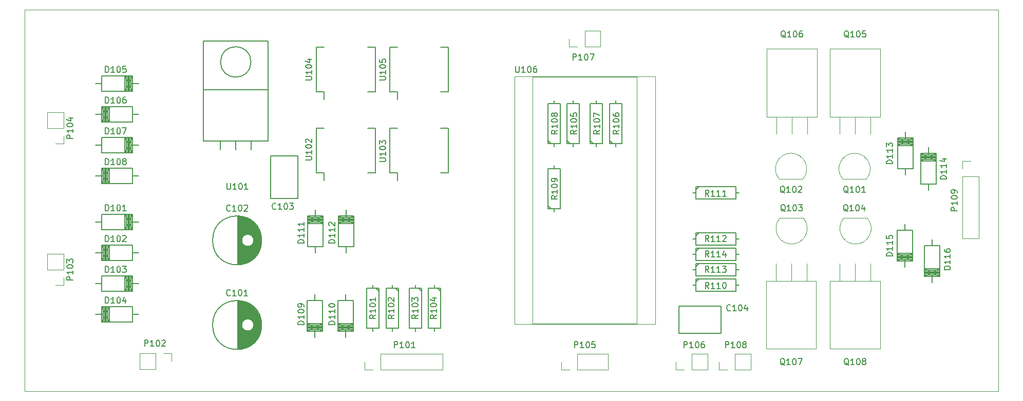
<source format=gbr>
%TF.GenerationSoftware,KiCad,Pcbnew,5.1.9+dfsg1-1+deb11u1*%
%TF.CreationDate,2023-10-22T21:48:40+02:00*%
%TF.ProjectId,mainboard,6d61696e-626f-4617-9264-2e6b69636164,231022*%
%TF.SameCoordinates,Original*%
%TF.FileFunction,Legend,Top*%
%TF.FilePolarity,Positive*%
%FSLAX46Y46*%
G04 Gerber Fmt 4.6, Leading zero omitted, Abs format (unit mm)*
G04 Created by KiCad (PCBNEW 5.1.9+dfsg1-1+deb11u1) date 2023-10-22 21:48:40*
%MOMM*%
%LPD*%
G01*
G04 APERTURE LIST*
%TA.AperFunction,Profile*%
%ADD10C,0.100000*%
%TD*%
%ADD11C,0.150000*%
%ADD12C,0.120000*%
G04 APERTURE END LIST*
D10*
X145288000Y-130810000D02*
X187706000Y-130810000D01*
X186690000Y-67818000D02*
X140208000Y-67818000D01*
X74803000Y-67818000D02*
X140335000Y-67818000D01*
X74803000Y-130810000D02*
X74803000Y-67818000D01*
X145415000Y-130810000D02*
X74803000Y-130810000D01*
X235331000Y-130810000D02*
X187579000Y-130810000D01*
X235331000Y-67818000D02*
X235331000Y-130810000D01*
X186563000Y-67818000D02*
X235331000Y-67818000D01*
D11*
%TO.C,C104*%
X182642000Y-121249000D02*
X182642000Y-116749000D01*
X189642000Y-121249000D02*
X182642000Y-121249000D01*
X189642000Y-116749000D02*
X189642000Y-121249000D01*
X182642000Y-116749000D02*
X189642000Y-116749000D01*
%TO.C,R110*%
X185420000Y-112776000D02*
X185928000Y-112268000D01*
X192024000Y-114300000D02*
X192024000Y-113284000D01*
X185420000Y-114300000D02*
X192024000Y-114300000D01*
X185420000Y-112268000D02*
X185420000Y-114300000D01*
X192024000Y-112268000D02*
X185420000Y-112268000D01*
X192024000Y-113284000D02*
X192024000Y-112268000D01*
X192532000Y-113284000D02*
X192024000Y-113284000D01*
X184912000Y-113284000D02*
X185420000Y-113284000D01*
%TO.C,R105*%
X164719000Y-89916000D02*
X164211000Y-89408000D01*
X166243000Y-83312000D02*
X165227000Y-83312000D01*
X166243000Y-89916000D02*
X166243000Y-83312000D01*
X164211000Y-89916000D02*
X166243000Y-89916000D01*
X164211000Y-83312000D02*
X164211000Y-89916000D01*
X165227000Y-83312000D02*
X164211000Y-83312000D01*
X165227000Y-82804000D02*
X165227000Y-83312000D01*
X165227000Y-90424000D02*
X165227000Y-89916000D01*
%TO.C,R106*%
X171704000Y-89916000D02*
X171196000Y-89408000D01*
X173228000Y-83312000D02*
X172212000Y-83312000D01*
X173228000Y-89916000D02*
X173228000Y-83312000D01*
X171196000Y-89916000D02*
X173228000Y-89916000D01*
X171196000Y-83312000D02*
X171196000Y-89916000D01*
X172212000Y-83312000D02*
X171196000Y-83312000D01*
X172212000Y-82804000D02*
X172212000Y-83312000D01*
X172212000Y-90424000D02*
X172212000Y-89916000D01*
%TO.C,R107*%
X168529000Y-89916000D02*
X168021000Y-89408000D01*
X170053000Y-83312000D02*
X169037000Y-83312000D01*
X170053000Y-89916000D02*
X170053000Y-83312000D01*
X168021000Y-89916000D02*
X170053000Y-89916000D01*
X168021000Y-83312000D02*
X168021000Y-89916000D01*
X169037000Y-83312000D02*
X168021000Y-83312000D01*
X169037000Y-82804000D02*
X169037000Y-83312000D01*
X169037000Y-90424000D02*
X169037000Y-89916000D01*
%TO.C,R108*%
X161544000Y-89916000D02*
X161036000Y-89408000D01*
X163068000Y-83312000D02*
X162052000Y-83312000D01*
X163068000Y-89916000D02*
X163068000Y-83312000D01*
X161036000Y-89916000D02*
X163068000Y-89916000D01*
X161036000Y-83312000D02*
X161036000Y-89916000D01*
X162052000Y-83312000D02*
X161036000Y-83312000D01*
X162052000Y-82804000D02*
X162052000Y-83312000D01*
X162052000Y-90424000D02*
X162052000Y-89916000D01*
%TO.C,R109*%
X161544000Y-100711000D02*
X161036000Y-100203000D01*
X163068000Y-94107000D02*
X162052000Y-94107000D01*
X163068000Y-100711000D02*
X163068000Y-94107000D01*
X161036000Y-100711000D02*
X163068000Y-100711000D01*
X161036000Y-94107000D02*
X161036000Y-100711000D01*
X162052000Y-94107000D02*
X161036000Y-94107000D01*
X162052000Y-93599000D02*
X162052000Y-94107000D01*
X162052000Y-101219000D02*
X162052000Y-100711000D01*
%TO.C,C101*%
X113864500Y-119888000D02*
G75*
G03*
X113864500Y-119888000I-4037500J0D01*
G01*
X112577000Y-119888000D02*
G75*
G03*
X112577000Y-119888000I-1000000J0D01*
G01*
X113822000Y-119688000D02*
X113822000Y-120088000D01*
X113682000Y-118821000D02*
X113682000Y-120955000D01*
X113542000Y-118405000D02*
X113542000Y-121371000D01*
X113402000Y-118094000D02*
X113402000Y-121682000D01*
X113262000Y-117838000D02*
X113262000Y-121938000D01*
X113122000Y-117620000D02*
X113122000Y-122156000D01*
X112982000Y-117429000D02*
X112982000Y-122347000D01*
X112842000Y-117259000D02*
X112842000Y-122517000D01*
X112702000Y-117107000D02*
X112702000Y-122669000D01*
X112562000Y-120061000D02*
X112562000Y-122807000D01*
X112562000Y-116969000D02*
X112562000Y-119715000D01*
X112422000Y-120423000D02*
X112422000Y-122932000D01*
X112422000Y-116844000D02*
X112422000Y-119353000D01*
X112282000Y-120597000D02*
X112282000Y-123046000D01*
X112282000Y-116730000D02*
X112282000Y-119179000D01*
X112142000Y-120713000D02*
X112142000Y-123150000D01*
X112142000Y-116626000D02*
X112142000Y-119063000D01*
X112002000Y-120793000D02*
X112002000Y-123245000D01*
X112002000Y-116531000D02*
X112002000Y-118983000D01*
X111862000Y-120847000D02*
X111862000Y-123332000D01*
X111862000Y-116444000D02*
X111862000Y-118929000D01*
X111722000Y-120877000D02*
X111722000Y-123411000D01*
X111722000Y-116365000D02*
X111722000Y-118899000D01*
X111582000Y-120888000D02*
X111582000Y-123482000D01*
X111582000Y-116294000D02*
X111582000Y-118888000D01*
X111442000Y-120879000D02*
X111442000Y-123547000D01*
X111442000Y-116229000D02*
X111442000Y-118897000D01*
X111302000Y-120849000D02*
X111302000Y-123606000D01*
X111302000Y-116170000D02*
X111302000Y-118927000D01*
X111162000Y-120798000D02*
X111162000Y-123659000D01*
X111162000Y-116117000D02*
X111162000Y-118978000D01*
X111022000Y-120720000D02*
X111022000Y-123705000D01*
X111022000Y-116071000D02*
X111022000Y-119056000D01*
X110882000Y-120607000D02*
X110882000Y-123746000D01*
X110882000Y-116030000D02*
X110882000Y-119169000D01*
X110742000Y-120438000D02*
X110742000Y-123782000D01*
X110742000Y-115994000D02*
X110742000Y-119338000D01*
X110602000Y-120110000D02*
X110602000Y-123812000D01*
X110602000Y-115964000D02*
X110602000Y-119666000D01*
X110462000Y-115939000D02*
X110462000Y-123837000D01*
X110322000Y-115919000D02*
X110322000Y-123857000D01*
X110182000Y-115904000D02*
X110182000Y-123872000D01*
X110042000Y-115894000D02*
X110042000Y-123882000D01*
X109902000Y-115889000D02*
X109902000Y-123887000D01*
%TO.C,C102*%
X113864500Y-105918000D02*
G75*
G03*
X113864500Y-105918000I-4037500J0D01*
G01*
X112577000Y-105918000D02*
G75*
G03*
X112577000Y-105918000I-1000000J0D01*
G01*
X113822000Y-105718000D02*
X113822000Y-106118000D01*
X113682000Y-104851000D02*
X113682000Y-106985000D01*
X113542000Y-104435000D02*
X113542000Y-107401000D01*
X113402000Y-104124000D02*
X113402000Y-107712000D01*
X113262000Y-103868000D02*
X113262000Y-107968000D01*
X113122000Y-103650000D02*
X113122000Y-108186000D01*
X112982000Y-103459000D02*
X112982000Y-108377000D01*
X112842000Y-103289000D02*
X112842000Y-108547000D01*
X112702000Y-103137000D02*
X112702000Y-108699000D01*
X112562000Y-106091000D02*
X112562000Y-108837000D01*
X112562000Y-102999000D02*
X112562000Y-105745000D01*
X112422000Y-106453000D02*
X112422000Y-108962000D01*
X112422000Y-102874000D02*
X112422000Y-105383000D01*
X112282000Y-106627000D02*
X112282000Y-109076000D01*
X112282000Y-102760000D02*
X112282000Y-105209000D01*
X112142000Y-106743000D02*
X112142000Y-109180000D01*
X112142000Y-102656000D02*
X112142000Y-105093000D01*
X112002000Y-106823000D02*
X112002000Y-109275000D01*
X112002000Y-102561000D02*
X112002000Y-105013000D01*
X111862000Y-106877000D02*
X111862000Y-109362000D01*
X111862000Y-102474000D02*
X111862000Y-104959000D01*
X111722000Y-106907000D02*
X111722000Y-109441000D01*
X111722000Y-102395000D02*
X111722000Y-104929000D01*
X111582000Y-106918000D02*
X111582000Y-109512000D01*
X111582000Y-102324000D02*
X111582000Y-104918000D01*
X111442000Y-106909000D02*
X111442000Y-109577000D01*
X111442000Y-102259000D02*
X111442000Y-104927000D01*
X111302000Y-106879000D02*
X111302000Y-109636000D01*
X111302000Y-102200000D02*
X111302000Y-104957000D01*
X111162000Y-106828000D02*
X111162000Y-109689000D01*
X111162000Y-102147000D02*
X111162000Y-105008000D01*
X111022000Y-106750000D02*
X111022000Y-109735000D01*
X111022000Y-102101000D02*
X111022000Y-105086000D01*
X110882000Y-106637000D02*
X110882000Y-109776000D01*
X110882000Y-102060000D02*
X110882000Y-105199000D01*
X110742000Y-106468000D02*
X110742000Y-109812000D01*
X110742000Y-102024000D02*
X110742000Y-105368000D01*
X110602000Y-106140000D02*
X110602000Y-109842000D01*
X110602000Y-101994000D02*
X110602000Y-105696000D01*
X110462000Y-101969000D02*
X110462000Y-109867000D01*
X110322000Y-101949000D02*
X110322000Y-109887000D01*
X110182000Y-101934000D02*
X110182000Y-109902000D01*
X110042000Y-101924000D02*
X110042000Y-109912000D01*
X109902000Y-101919000D02*
X109902000Y-109917000D01*
%TO.C,C103*%
X115352000Y-91964000D02*
X119852000Y-91964000D01*
X115352000Y-98964000D02*
X115352000Y-91964000D01*
X119852000Y-98964000D02*
X115352000Y-98964000D01*
X119852000Y-91964000D02*
X119852000Y-98964000D01*
%TO.C,D101*%
X87503000Y-101602540D02*
X92583000Y-101602540D01*
X87503000Y-104142540D02*
X87503000Y-101602540D01*
X92583000Y-104142540D02*
X87503000Y-104142540D01*
X92583000Y-101602540D02*
X92583000Y-104142540D01*
X91948000Y-104142540D02*
X91948000Y-101602540D01*
X91313000Y-104142540D02*
X91313000Y-101602540D01*
X92583000Y-104142540D02*
X91313000Y-101602540D01*
X91313000Y-104142540D02*
X92583000Y-101602540D01*
X92329000Y-104142540D02*
X92329000Y-101602540D01*
X91567000Y-104142540D02*
X91567000Y-101602540D01*
X91821000Y-104142540D02*
X91821000Y-101602540D01*
X92075000Y-104142540D02*
X92075000Y-101602540D01*
X92329000Y-102872540D02*
X93599000Y-102872540D01*
X87503000Y-102872540D02*
X86487000Y-102872540D01*
%TO.C,D102*%
X92583000Y-109217460D02*
X87503000Y-109217460D01*
X92583000Y-106677460D02*
X92583000Y-109217460D01*
X87503000Y-106677460D02*
X92583000Y-106677460D01*
X87503000Y-109217460D02*
X87503000Y-106677460D01*
X88138000Y-106677460D02*
X88138000Y-109217460D01*
X88773000Y-106677460D02*
X88773000Y-109217460D01*
X87503000Y-106677460D02*
X88773000Y-109217460D01*
X88773000Y-106677460D02*
X87503000Y-109217460D01*
X87757000Y-106677460D02*
X87757000Y-109217460D01*
X88519000Y-106677460D02*
X88519000Y-109217460D01*
X88265000Y-106677460D02*
X88265000Y-109217460D01*
X88011000Y-106677460D02*
X88011000Y-109217460D01*
X87757000Y-107947460D02*
X86487000Y-107947460D01*
X92583000Y-107947460D02*
X93599000Y-107947460D01*
%TO.C,D103*%
X87503000Y-111762540D02*
X92583000Y-111762540D01*
X87503000Y-114302540D02*
X87503000Y-111762540D01*
X92583000Y-114302540D02*
X87503000Y-114302540D01*
X92583000Y-111762540D02*
X92583000Y-114302540D01*
X91948000Y-114302540D02*
X91948000Y-111762540D01*
X91313000Y-114302540D02*
X91313000Y-111762540D01*
X92583000Y-114302540D02*
X91313000Y-111762540D01*
X91313000Y-114302540D02*
X92583000Y-111762540D01*
X92329000Y-114302540D02*
X92329000Y-111762540D01*
X91567000Y-114302540D02*
X91567000Y-111762540D01*
X91821000Y-114302540D02*
X91821000Y-111762540D01*
X92075000Y-114302540D02*
X92075000Y-111762540D01*
X92329000Y-113032540D02*
X93599000Y-113032540D01*
X87503000Y-113032540D02*
X86487000Y-113032540D01*
%TO.C,D104*%
X92583000Y-119377460D02*
X87503000Y-119377460D01*
X92583000Y-116837460D02*
X92583000Y-119377460D01*
X87503000Y-116837460D02*
X92583000Y-116837460D01*
X87503000Y-119377460D02*
X87503000Y-116837460D01*
X88138000Y-116837460D02*
X88138000Y-119377460D01*
X88773000Y-116837460D02*
X88773000Y-119377460D01*
X87503000Y-116837460D02*
X88773000Y-119377460D01*
X88773000Y-116837460D02*
X87503000Y-119377460D01*
X87757000Y-116837460D02*
X87757000Y-119377460D01*
X88519000Y-116837460D02*
X88519000Y-119377460D01*
X88265000Y-116837460D02*
X88265000Y-119377460D01*
X88011000Y-116837460D02*
X88011000Y-119377460D01*
X87757000Y-118107460D02*
X86487000Y-118107460D01*
X92583000Y-118107460D02*
X93599000Y-118107460D01*
%TO.C,D105*%
X87503000Y-78742540D02*
X92583000Y-78742540D01*
X87503000Y-81282540D02*
X87503000Y-78742540D01*
X92583000Y-81282540D02*
X87503000Y-81282540D01*
X92583000Y-78742540D02*
X92583000Y-81282540D01*
X91948000Y-81282540D02*
X91948000Y-78742540D01*
X91313000Y-81282540D02*
X91313000Y-78742540D01*
X92583000Y-81282540D02*
X91313000Y-78742540D01*
X91313000Y-81282540D02*
X92583000Y-78742540D01*
X92329000Y-81282540D02*
X92329000Y-78742540D01*
X91567000Y-81282540D02*
X91567000Y-78742540D01*
X91821000Y-81282540D02*
X91821000Y-78742540D01*
X92075000Y-81282540D02*
X92075000Y-78742540D01*
X92329000Y-80012540D02*
X93599000Y-80012540D01*
X87503000Y-80012540D02*
X86487000Y-80012540D01*
%TO.C,D106*%
X92583000Y-86357460D02*
X87503000Y-86357460D01*
X92583000Y-83817460D02*
X92583000Y-86357460D01*
X87503000Y-83817460D02*
X92583000Y-83817460D01*
X87503000Y-86357460D02*
X87503000Y-83817460D01*
X88138000Y-83817460D02*
X88138000Y-86357460D01*
X88773000Y-83817460D02*
X88773000Y-86357460D01*
X87503000Y-83817460D02*
X88773000Y-86357460D01*
X88773000Y-83817460D02*
X87503000Y-86357460D01*
X87757000Y-83817460D02*
X87757000Y-86357460D01*
X88519000Y-83817460D02*
X88519000Y-86357460D01*
X88265000Y-83817460D02*
X88265000Y-86357460D01*
X88011000Y-83817460D02*
X88011000Y-86357460D01*
X87757000Y-85087460D02*
X86487000Y-85087460D01*
X92583000Y-85087460D02*
X93599000Y-85087460D01*
%TO.C,D107*%
X87503000Y-88902540D02*
X92583000Y-88902540D01*
X87503000Y-91442540D02*
X87503000Y-88902540D01*
X92583000Y-91442540D02*
X87503000Y-91442540D01*
X92583000Y-88902540D02*
X92583000Y-91442540D01*
X91948000Y-91442540D02*
X91948000Y-88902540D01*
X91313000Y-91442540D02*
X91313000Y-88902540D01*
X92583000Y-91442540D02*
X91313000Y-88902540D01*
X91313000Y-91442540D02*
X92583000Y-88902540D01*
X92329000Y-91442540D02*
X92329000Y-88902540D01*
X91567000Y-91442540D02*
X91567000Y-88902540D01*
X91821000Y-91442540D02*
X91821000Y-88902540D01*
X92075000Y-91442540D02*
X92075000Y-88902540D01*
X92329000Y-90172540D02*
X93599000Y-90172540D01*
X87503000Y-90172540D02*
X86487000Y-90172540D01*
%TO.C,D108*%
X92583000Y-96517460D02*
X87503000Y-96517460D01*
X92583000Y-93977460D02*
X92583000Y-96517460D01*
X87503000Y-93977460D02*
X92583000Y-93977460D01*
X87503000Y-96517460D02*
X87503000Y-93977460D01*
X88138000Y-93977460D02*
X88138000Y-96517460D01*
X88773000Y-93977460D02*
X88773000Y-96517460D01*
X87503000Y-93977460D02*
X88773000Y-96517460D01*
X88773000Y-93977460D02*
X87503000Y-96517460D01*
X87757000Y-93977460D02*
X87757000Y-96517460D01*
X88519000Y-93977460D02*
X88519000Y-96517460D01*
X88265000Y-93977460D02*
X88265000Y-96517460D01*
X88011000Y-93977460D02*
X88011000Y-96517460D01*
X87757000Y-95247460D02*
X86487000Y-95247460D01*
X92583000Y-95247460D02*
X93599000Y-95247460D01*
%TO.C,U101*%
X109601000Y-89535000D02*
X114935000Y-89535000D01*
X109601000Y-89535000D02*
X104267000Y-89535000D01*
X104267000Y-81026000D02*
X104267000Y-89535000D01*
X114935000Y-81026000D02*
X104267000Y-81026000D01*
X114935000Y-89535000D02*
X114935000Y-81026000D01*
X104267000Y-73025000D02*
X104267000Y-81026000D01*
X114935000Y-73025000D02*
X104267000Y-73025000D01*
X114935000Y-81026000D02*
X114935000Y-73025000D01*
X112115472Y-76454000D02*
G75*
G03*
X112115472Y-76454000I-2514472J0D01*
G01*
X112141000Y-89535000D02*
X112141000Y-90932000D01*
X109601000Y-89535000D02*
X109601000Y-90932000D01*
X107061000Y-89535000D02*
X107061000Y-90932000D01*
%TO.C,D109*%
X123949460Y-115824000D02*
X123949460Y-120904000D01*
X121409460Y-115824000D02*
X123949460Y-115824000D01*
X121409460Y-120904000D02*
X121409460Y-115824000D01*
X123949460Y-120904000D02*
X121409460Y-120904000D01*
X121409460Y-120269000D02*
X123949460Y-120269000D01*
X121409460Y-119634000D02*
X123949460Y-119634000D01*
X121409460Y-120904000D02*
X123949460Y-119634000D01*
X121409460Y-119634000D02*
X123949460Y-120904000D01*
X121409460Y-120650000D02*
X123949460Y-120650000D01*
X121409460Y-119888000D02*
X123949460Y-119888000D01*
X121409460Y-120142000D02*
X123949460Y-120142000D01*
X121409460Y-120396000D02*
X123949460Y-120396000D01*
X122679460Y-120650000D02*
X122679460Y-121920000D01*
X122679460Y-115824000D02*
X122679460Y-114808000D01*
%TO.C,D110*%
X129029460Y-115824000D02*
X129029460Y-120904000D01*
X126489460Y-115824000D02*
X129029460Y-115824000D01*
X126489460Y-120904000D02*
X126489460Y-115824000D01*
X129029460Y-120904000D02*
X126489460Y-120904000D01*
X126489460Y-120269000D02*
X129029460Y-120269000D01*
X126489460Y-119634000D02*
X129029460Y-119634000D01*
X126489460Y-120904000D02*
X129029460Y-119634000D01*
X126489460Y-119634000D02*
X129029460Y-120904000D01*
X126489460Y-120650000D02*
X129029460Y-120650000D01*
X126489460Y-119888000D02*
X129029460Y-119888000D01*
X126489460Y-120142000D02*
X129029460Y-120142000D01*
X126489460Y-120396000D02*
X129029460Y-120396000D01*
X127759460Y-120650000D02*
X127759460Y-121920000D01*
X127759460Y-115824000D02*
X127759460Y-114808000D01*
%TO.C,D111*%
X121414540Y-106934000D02*
X121414540Y-101854000D01*
X123954540Y-106934000D02*
X121414540Y-106934000D01*
X123954540Y-101854000D02*
X123954540Y-106934000D01*
X121414540Y-101854000D02*
X123954540Y-101854000D01*
X123954540Y-102489000D02*
X121414540Y-102489000D01*
X123954540Y-103124000D02*
X121414540Y-103124000D01*
X123954540Y-101854000D02*
X121414540Y-103124000D01*
X123954540Y-103124000D02*
X121414540Y-101854000D01*
X123954540Y-102108000D02*
X121414540Y-102108000D01*
X123954540Y-102870000D02*
X121414540Y-102870000D01*
X123954540Y-102616000D02*
X121414540Y-102616000D01*
X123954540Y-102362000D02*
X121414540Y-102362000D01*
X122684540Y-102108000D02*
X122684540Y-100838000D01*
X122684540Y-106934000D02*
X122684540Y-107950000D01*
%TO.C,D112*%
X126494540Y-106934000D02*
X126494540Y-101854000D01*
X129034540Y-106934000D02*
X126494540Y-106934000D01*
X129034540Y-101854000D02*
X129034540Y-106934000D01*
X126494540Y-101854000D02*
X129034540Y-101854000D01*
X129034540Y-102489000D02*
X126494540Y-102489000D01*
X129034540Y-103124000D02*
X126494540Y-103124000D01*
X129034540Y-101854000D02*
X126494540Y-103124000D01*
X129034540Y-103124000D02*
X126494540Y-101854000D01*
X129034540Y-102108000D02*
X126494540Y-102108000D01*
X129034540Y-102870000D02*
X126494540Y-102870000D01*
X129034540Y-102616000D02*
X126494540Y-102616000D01*
X129034540Y-102362000D02*
X126494540Y-102362000D01*
X127764540Y-102108000D02*
X127764540Y-100838000D01*
X127764540Y-106934000D02*
X127764540Y-107950000D01*
%TO.C,R101*%
X132715000Y-113792000D02*
X133223000Y-114300000D01*
X131191000Y-120396000D02*
X132207000Y-120396000D01*
X131191000Y-113792000D02*
X131191000Y-120396000D01*
X133223000Y-113792000D02*
X131191000Y-113792000D01*
X133223000Y-120396000D02*
X133223000Y-113792000D01*
X132207000Y-120396000D02*
X133223000Y-120396000D01*
X132207000Y-120904000D02*
X132207000Y-120396000D01*
X132207000Y-113284000D02*
X132207000Y-113792000D01*
%TO.C,R102*%
X135890000Y-113792000D02*
X136398000Y-114300000D01*
X134366000Y-120396000D02*
X135382000Y-120396000D01*
X134366000Y-113792000D02*
X134366000Y-120396000D01*
X136398000Y-113792000D02*
X134366000Y-113792000D01*
X136398000Y-120396000D02*
X136398000Y-113792000D01*
X135382000Y-120396000D02*
X136398000Y-120396000D01*
X135382000Y-120904000D02*
X135382000Y-120396000D01*
X135382000Y-113284000D02*
X135382000Y-113792000D01*
%TO.C,R103*%
X139700000Y-113792000D02*
X140208000Y-114300000D01*
X138176000Y-120396000D02*
X139192000Y-120396000D01*
X138176000Y-113792000D02*
X138176000Y-120396000D01*
X140208000Y-113792000D02*
X138176000Y-113792000D01*
X140208000Y-120396000D02*
X140208000Y-113792000D01*
X139192000Y-120396000D02*
X140208000Y-120396000D01*
X139192000Y-120904000D02*
X139192000Y-120396000D01*
X139192000Y-113284000D02*
X139192000Y-113792000D01*
%TO.C,R104*%
X142875000Y-113792000D02*
X143383000Y-114300000D01*
X141351000Y-120396000D02*
X142367000Y-120396000D01*
X141351000Y-113792000D02*
X141351000Y-120396000D01*
X143383000Y-113792000D02*
X141351000Y-113792000D01*
X143383000Y-120396000D02*
X143383000Y-113792000D01*
X142367000Y-120396000D02*
X143383000Y-120396000D01*
X142367000Y-120904000D02*
X142367000Y-120396000D01*
X142367000Y-113284000D02*
X142367000Y-113792000D01*
%TO.C,U102*%
X124197000Y-94734000D02*
X124197000Y-96019000D01*
X132597000Y-94734000D02*
X132597000Y-87384000D01*
X122927000Y-94734000D02*
X122927000Y-87384000D01*
X132597000Y-94734000D02*
X131327000Y-94734000D01*
X132597000Y-87384000D02*
X131327000Y-87384000D01*
X122927000Y-87384000D02*
X124197000Y-87384000D01*
X122927000Y-94734000D02*
X124197000Y-94734000D01*
%TO.C,U103*%
X136262000Y-94734000D02*
X136262000Y-96019000D01*
X144662000Y-94734000D02*
X144662000Y-87384000D01*
X134992000Y-94734000D02*
X134992000Y-87384000D01*
X144662000Y-94734000D02*
X143392000Y-94734000D01*
X144662000Y-87384000D02*
X143392000Y-87384000D01*
X134992000Y-87384000D02*
X136262000Y-87384000D01*
X134992000Y-94734000D02*
X136262000Y-94734000D01*
%TO.C,U104*%
X124197000Y-81399000D02*
X124197000Y-82684000D01*
X132597000Y-81399000D02*
X132597000Y-74049000D01*
X122927000Y-81399000D02*
X122927000Y-74049000D01*
X132597000Y-81399000D02*
X131327000Y-81399000D01*
X132597000Y-74049000D02*
X131327000Y-74049000D01*
X122927000Y-74049000D02*
X124197000Y-74049000D01*
X122927000Y-81399000D02*
X124197000Y-81399000D01*
%TO.C,U105*%
X136262000Y-81399000D02*
X136262000Y-82684000D01*
X144662000Y-81399000D02*
X144662000Y-74049000D01*
X134992000Y-81399000D02*
X134992000Y-74049000D01*
X144662000Y-81399000D02*
X143392000Y-81399000D01*
X144662000Y-74049000D02*
X143392000Y-74049000D01*
X134992000Y-74049000D02*
X136262000Y-74049000D01*
X134992000Y-81399000D02*
X136262000Y-81399000D01*
%TO.C,D113*%
X218696540Y-94107000D02*
X218696540Y-89027000D01*
X221236540Y-94107000D02*
X218696540Y-94107000D01*
X221236540Y-89027000D02*
X221236540Y-94107000D01*
X218696540Y-89027000D02*
X221236540Y-89027000D01*
X221236540Y-89662000D02*
X218696540Y-89662000D01*
X221236540Y-90297000D02*
X218696540Y-90297000D01*
X221236540Y-89027000D02*
X218696540Y-90297000D01*
X221236540Y-90297000D02*
X218696540Y-89027000D01*
X221236540Y-89281000D02*
X218696540Y-89281000D01*
X221236540Y-90043000D02*
X218696540Y-90043000D01*
X221236540Y-89789000D02*
X218696540Y-89789000D01*
X221236540Y-89535000D02*
X218696540Y-89535000D01*
X219966540Y-89281000D02*
X219966540Y-88011000D01*
X219966540Y-94107000D02*
X219966540Y-95123000D01*
%TO.C,D114*%
X222506540Y-96647000D02*
X222506540Y-91567000D01*
X225046540Y-96647000D02*
X222506540Y-96647000D01*
X225046540Y-91567000D02*
X225046540Y-96647000D01*
X222506540Y-91567000D02*
X225046540Y-91567000D01*
X225046540Y-92202000D02*
X222506540Y-92202000D01*
X225046540Y-92837000D02*
X222506540Y-92837000D01*
X225046540Y-91567000D02*
X222506540Y-92837000D01*
X225046540Y-92837000D02*
X222506540Y-91567000D01*
X225046540Y-91821000D02*
X222506540Y-91821000D01*
X225046540Y-92583000D02*
X222506540Y-92583000D01*
X225046540Y-92329000D02*
X222506540Y-92329000D01*
X225046540Y-92075000D02*
X222506540Y-92075000D01*
X223776540Y-91821000D02*
X223776540Y-90551000D01*
X223776540Y-96647000D02*
X223776540Y-97663000D01*
%TO.C,D115*%
X221231460Y-104267000D02*
X221231460Y-109347000D01*
X218691460Y-104267000D02*
X221231460Y-104267000D01*
X218691460Y-109347000D02*
X218691460Y-104267000D01*
X221231460Y-109347000D02*
X218691460Y-109347000D01*
X218691460Y-108712000D02*
X221231460Y-108712000D01*
X218691460Y-108077000D02*
X221231460Y-108077000D01*
X218691460Y-109347000D02*
X221231460Y-108077000D01*
X218691460Y-108077000D02*
X221231460Y-109347000D01*
X218691460Y-109093000D02*
X221231460Y-109093000D01*
X218691460Y-108331000D02*
X221231460Y-108331000D01*
X218691460Y-108585000D02*
X221231460Y-108585000D01*
X218691460Y-108839000D02*
X221231460Y-108839000D01*
X219961460Y-109093000D02*
X219961460Y-110363000D01*
X219961460Y-104267000D02*
X219961460Y-103251000D01*
%TO.C,D116*%
X225676460Y-106807000D02*
X225676460Y-111887000D01*
X223136460Y-106807000D02*
X225676460Y-106807000D01*
X223136460Y-111887000D02*
X223136460Y-106807000D01*
X225676460Y-111887000D02*
X223136460Y-111887000D01*
X223136460Y-111252000D02*
X225676460Y-111252000D01*
X223136460Y-110617000D02*
X225676460Y-110617000D01*
X223136460Y-111887000D02*
X225676460Y-110617000D01*
X223136460Y-110617000D02*
X225676460Y-111887000D01*
X223136460Y-111633000D02*
X225676460Y-111633000D01*
X223136460Y-110871000D02*
X225676460Y-110871000D01*
X223136460Y-111125000D02*
X225676460Y-111125000D01*
X223136460Y-111379000D02*
X225676460Y-111379000D01*
X224406460Y-111633000D02*
X224406460Y-112903000D01*
X224406460Y-106807000D02*
X224406460Y-105791000D01*
%TO.C,R111*%
X185420000Y-97536000D02*
X185928000Y-97028000D01*
X192024000Y-99060000D02*
X192024000Y-98044000D01*
X185420000Y-99060000D02*
X192024000Y-99060000D01*
X185420000Y-97028000D02*
X185420000Y-99060000D01*
X192024000Y-97028000D02*
X185420000Y-97028000D01*
X192024000Y-98044000D02*
X192024000Y-97028000D01*
X192532000Y-98044000D02*
X192024000Y-98044000D01*
X184912000Y-98044000D02*
X185420000Y-98044000D01*
%TO.C,R112*%
X185420000Y-105156000D02*
X185928000Y-104648000D01*
X192024000Y-106680000D02*
X192024000Y-105664000D01*
X185420000Y-106680000D02*
X192024000Y-106680000D01*
X185420000Y-104648000D02*
X185420000Y-106680000D01*
X192024000Y-104648000D02*
X185420000Y-104648000D01*
X192024000Y-105664000D02*
X192024000Y-104648000D01*
X192532000Y-105664000D02*
X192024000Y-105664000D01*
X184912000Y-105664000D02*
X185420000Y-105664000D01*
%TO.C,R113*%
X185420000Y-110236000D02*
X185928000Y-109728000D01*
X192024000Y-111760000D02*
X192024000Y-110744000D01*
X185420000Y-111760000D02*
X192024000Y-111760000D01*
X185420000Y-109728000D02*
X185420000Y-111760000D01*
X192024000Y-109728000D02*
X185420000Y-109728000D01*
X192024000Y-110744000D02*
X192024000Y-109728000D01*
X192532000Y-110744000D02*
X192024000Y-110744000D01*
X184912000Y-110744000D02*
X185420000Y-110744000D01*
%TO.C,R114*%
X185420000Y-107696000D02*
X185928000Y-107188000D01*
X192024000Y-109220000D02*
X192024000Y-108204000D01*
X185420000Y-109220000D02*
X192024000Y-109220000D01*
X185420000Y-107188000D02*
X185420000Y-109220000D01*
X192024000Y-107188000D02*
X185420000Y-107188000D01*
X192024000Y-108204000D02*
X192024000Y-107188000D01*
X192532000Y-108204000D02*
X192024000Y-108204000D01*
X184912000Y-108204000D02*
X185420000Y-108204000D01*
D12*
%TO.C,P101*%
X143697000Y-127314000D02*
X143697000Y-124654000D01*
X133477000Y-127314000D02*
X143697000Y-127314000D01*
X133477000Y-124654000D02*
X143697000Y-124654000D01*
X133477000Y-127314000D02*
X133477000Y-124654000D01*
X132207000Y-127314000D02*
X130877000Y-127314000D01*
X130877000Y-127314000D02*
X130877000Y-125984000D01*
%TO.C,P102*%
X93793000Y-124527000D02*
X93793000Y-127187000D01*
X96393000Y-124527000D02*
X93793000Y-124527000D01*
X96393000Y-127187000D02*
X93793000Y-127187000D01*
X96393000Y-124527000D02*
X96393000Y-127187000D01*
X97663000Y-124527000D02*
X98993000Y-124527000D01*
X98993000Y-124527000D02*
X98993000Y-125857000D01*
%TO.C,P103*%
X81213000Y-113344000D02*
X79883000Y-113344000D01*
X81213000Y-112014000D02*
X81213000Y-113344000D01*
X81213000Y-110744000D02*
X78553000Y-110744000D01*
X78553000Y-110744000D02*
X78553000Y-108144000D01*
X81213000Y-110744000D02*
X81213000Y-108144000D01*
X81213000Y-108144000D02*
X78553000Y-108144000D01*
%TO.C,P104*%
X81213000Y-84776000D02*
X78553000Y-84776000D01*
X81213000Y-87376000D02*
X81213000Y-84776000D01*
X78553000Y-87376000D02*
X78553000Y-84776000D01*
X81213000Y-87376000D02*
X78553000Y-87376000D01*
X81213000Y-88646000D02*
X81213000Y-89976000D01*
X81213000Y-89976000D02*
X79883000Y-89976000D01*
%TO.C,P105*%
X163262000Y-127314000D02*
X163262000Y-125984000D01*
X164592000Y-127314000D02*
X163262000Y-127314000D01*
X165862000Y-127314000D02*
X165862000Y-124654000D01*
X165862000Y-124654000D02*
X171002000Y-124654000D01*
X165862000Y-127314000D02*
X171002000Y-127314000D01*
X171002000Y-127314000D02*
X171002000Y-124654000D01*
%TO.C,P106*%
X182185000Y-127314000D02*
X182185000Y-125984000D01*
X183515000Y-127314000D02*
X182185000Y-127314000D01*
X184785000Y-127314000D02*
X184785000Y-124654000D01*
X184785000Y-124654000D02*
X187385000Y-124654000D01*
X184785000Y-127314000D02*
X187385000Y-127314000D01*
X187385000Y-127314000D02*
X187385000Y-124654000D01*
%TO.C,P107*%
X169732000Y-73974000D02*
X169732000Y-71314000D01*
X167132000Y-73974000D02*
X169732000Y-73974000D01*
X167132000Y-71314000D02*
X169732000Y-71314000D01*
X167132000Y-73974000D02*
X167132000Y-71314000D01*
X165862000Y-73974000D02*
X164532000Y-73974000D01*
X164532000Y-73974000D02*
X164532000Y-72644000D01*
%TO.C,P108*%
X189297000Y-127314000D02*
X189297000Y-125984000D01*
X190627000Y-127314000D02*
X189297000Y-127314000D01*
X191897000Y-127314000D02*
X191897000Y-124654000D01*
X191897000Y-124654000D02*
X194497000Y-124654000D01*
X191897000Y-127314000D02*
X194497000Y-127314000D01*
X194497000Y-127314000D02*
X194497000Y-124654000D01*
%TO.C,P109*%
X229429000Y-92777000D02*
X230759000Y-92777000D01*
X229429000Y-94107000D02*
X229429000Y-92777000D01*
X229429000Y-95377000D02*
X232089000Y-95377000D01*
X232089000Y-95377000D02*
X232089000Y-105597000D01*
X229429000Y-95377000D02*
X229429000Y-105597000D01*
X229429000Y-105597000D02*
X232089000Y-105597000D01*
%TO.C,Q101*%
X209689000Y-95807000D02*
X213539000Y-95807000D01*
X213577611Y-95797122D02*
G75*
G03*
X209689000Y-95807000I-1948611J1690122D01*
G01*
%TO.C,Q102*%
X199211500Y-95807000D02*
X203061500Y-95807000D01*
X203100111Y-95797122D02*
G75*
G03*
X199211500Y-95807000I-1948611J1690122D01*
G01*
%TO.C,Q103*%
X203188000Y-102249500D02*
X199338000Y-102249500D01*
X199299389Y-102259378D02*
G75*
G03*
X203188000Y-102249500I1948611J-1690122D01*
G01*
%TO.C,Q104*%
X213729000Y-102249500D02*
X209879000Y-102249500D01*
X209840389Y-102259378D02*
G75*
G03*
X213729000Y-102249500I1948611J-1690122D01*
G01*
%TO.C,U106*%
X178739800Y-78874000D02*
X155532000Y-78874000D01*
X178732000Y-119754000D02*
X178732000Y-78874000D01*
X155532000Y-119754000D02*
X178732000Y-119754000D01*
X155532000Y-78874000D02*
X155532000Y-119754000D01*
X175732000Y-78934000D02*
X165592000Y-78934000D01*
X175732000Y-119694000D02*
X175732000Y-78934000D01*
X158532000Y-119694000D02*
X175742600Y-119694000D01*
X158532000Y-78934000D02*
X158532000Y-119694000D01*
X165658800Y-78934000D02*
X158532000Y-78934000D01*
%TO.C,Q107*%
X205288000Y-112592000D02*
X197048000Y-112592000D01*
X205288000Y-123832000D02*
X197048000Y-123832000D01*
X205288000Y-123832000D02*
X205288000Y-112592000D01*
X197048000Y-123832000D02*
X197048000Y-112592000D01*
X203708000Y-112592000D02*
X203708000Y-109762000D01*
X201168000Y-112592000D02*
X201168000Y-109778000D01*
X198628000Y-112592000D02*
X198628000Y-109778000D01*
%TO.C,Q108*%
X209169000Y-112592000D02*
X209169000Y-109778000D01*
X211709000Y-112592000D02*
X211709000Y-109778000D01*
X214249000Y-112592000D02*
X214249000Y-109762000D01*
X207589000Y-123832000D02*
X207589000Y-112592000D01*
X215829000Y-123832000D02*
X215829000Y-112592000D01*
X215829000Y-123832000D02*
X207589000Y-123832000D01*
X215829000Y-112592000D02*
X207589000Y-112592000D01*
%TO.C,Q105*%
X207589000Y-85528000D02*
X215829000Y-85528000D01*
X207589000Y-74288000D02*
X215829000Y-74288000D01*
X207589000Y-74288000D02*
X207589000Y-85528000D01*
X215829000Y-74288000D02*
X215829000Y-85528000D01*
X209169000Y-85528000D02*
X209169000Y-88358000D01*
X211709000Y-85528000D02*
X211709000Y-88342000D01*
X214249000Y-85528000D02*
X214249000Y-88342000D01*
%TO.C,Q106*%
X203835000Y-85528000D02*
X203835000Y-88342000D01*
X201295000Y-85528000D02*
X201295000Y-88342000D01*
X198755000Y-85528000D02*
X198755000Y-88358000D01*
X205415000Y-74288000D02*
X205415000Y-85528000D01*
X197175000Y-74288000D02*
X197175000Y-85528000D01*
X197175000Y-74288000D02*
X205415000Y-74288000D01*
X197175000Y-85528000D02*
X205415000Y-85528000D01*
%TD*%
%TO.C,C104*%
D11*
X191158952Y-117451142D02*
X191111333Y-117498761D01*
X190968476Y-117546380D01*
X190873238Y-117546380D01*
X190730380Y-117498761D01*
X190635142Y-117403523D01*
X190587523Y-117308285D01*
X190539904Y-117117809D01*
X190539904Y-116974952D01*
X190587523Y-116784476D01*
X190635142Y-116689238D01*
X190730380Y-116594000D01*
X190873238Y-116546380D01*
X190968476Y-116546380D01*
X191111333Y-116594000D01*
X191158952Y-116641619D01*
X192111333Y-117546380D02*
X191539904Y-117546380D01*
X191825619Y-117546380D02*
X191825619Y-116546380D01*
X191730380Y-116689238D01*
X191635142Y-116784476D01*
X191539904Y-116832095D01*
X192730380Y-116546380D02*
X192825619Y-116546380D01*
X192920857Y-116594000D01*
X192968476Y-116641619D01*
X193016095Y-116736857D01*
X193063714Y-116927333D01*
X193063714Y-117165428D01*
X193016095Y-117355904D01*
X192968476Y-117451142D01*
X192920857Y-117498761D01*
X192825619Y-117546380D01*
X192730380Y-117546380D01*
X192635142Y-117498761D01*
X192587523Y-117451142D01*
X192539904Y-117355904D01*
X192492285Y-117165428D01*
X192492285Y-116927333D01*
X192539904Y-116736857D01*
X192587523Y-116641619D01*
X192635142Y-116594000D01*
X192730380Y-116546380D01*
X193920857Y-116879714D02*
X193920857Y-117546380D01*
X193682761Y-116498761D02*
X193444666Y-117213047D01*
X194063714Y-117213047D01*
%TO.C,R110*%
X187602952Y-113863380D02*
X187269619Y-113387190D01*
X187031523Y-113863380D02*
X187031523Y-112863380D01*
X187412476Y-112863380D01*
X187507714Y-112911000D01*
X187555333Y-112958619D01*
X187602952Y-113053857D01*
X187602952Y-113196714D01*
X187555333Y-113291952D01*
X187507714Y-113339571D01*
X187412476Y-113387190D01*
X187031523Y-113387190D01*
X188555333Y-113863380D02*
X187983904Y-113863380D01*
X188269619Y-113863380D02*
X188269619Y-112863380D01*
X188174380Y-113006238D01*
X188079142Y-113101476D01*
X187983904Y-113149095D01*
X189507714Y-113863380D02*
X188936285Y-113863380D01*
X189222000Y-113863380D02*
X189222000Y-112863380D01*
X189126761Y-113006238D01*
X189031523Y-113101476D01*
X188936285Y-113149095D01*
X190126761Y-112863380D02*
X190222000Y-112863380D01*
X190317238Y-112911000D01*
X190364857Y-112958619D01*
X190412476Y-113053857D01*
X190460095Y-113244333D01*
X190460095Y-113482428D01*
X190412476Y-113672904D01*
X190364857Y-113768142D01*
X190317238Y-113815761D01*
X190222000Y-113863380D01*
X190126761Y-113863380D01*
X190031523Y-113815761D01*
X189983904Y-113768142D01*
X189936285Y-113672904D01*
X189888666Y-113482428D01*
X189888666Y-113244333D01*
X189936285Y-113053857D01*
X189983904Y-112958619D01*
X190031523Y-112911000D01*
X190126761Y-112863380D01*
%TO.C,R105*%
X165806380Y-87733047D02*
X165330190Y-88066380D01*
X165806380Y-88304476D02*
X164806380Y-88304476D01*
X164806380Y-87923523D01*
X164854000Y-87828285D01*
X164901619Y-87780666D01*
X164996857Y-87733047D01*
X165139714Y-87733047D01*
X165234952Y-87780666D01*
X165282571Y-87828285D01*
X165330190Y-87923523D01*
X165330190Y-88304476D01*
X165806380Y-86780666D02*
X165806380Y-87352095D01*
X165806380Y-87066380D02*
X164806380Y-87066380D01*
X164949238Y-87161619D01*
X165044476Y-87256857D01*
X165092095Y-87352095D01*
X164806380Y-86161619D02*
X164806380Y-86066380D01*
X164854000Y-85971142D01*
X164901619Y-85923523D01*
X164996857Y-85875904D01*
X165187333Y-85828285D01*
X165425428Y-85828285D01*
X165615904Y-85875904D01*
X165711142Y-85923523D01*
X165758761Y-85971142D01*
X165806380Y-86066380D01*
X165806380Y-86161619D01*
X165758761Y-86256857D01*
X165711142Y-86304476D01*
X165615904Y-86352095D01*
X165425428Y-86399714D01*
X165187333Y-86399714D01*
X164996857Y-86352095D01*
X164901619Y-86304476D01*
X164854000Y-86256857D01*
X164806380Y-86161619D01*
X164806380Y-84923523D02*
X164806380Y-85399714D01*
X165282571Y-85447333D01*
X165234952Y-85399714D01*
X165187333Y-85304476D01*
X165187333Y-85066380D01*
X165234952Y-84971142D01*
X165282571Y-84923523D01*
X165377809Y-84875904D01*
X165615904Y-84875904D01*
X165711142Y-84923523D01*
X165758761Y-84971142D01*
X165806380Y-85066380D01*
X165806380Y-85304476D01*
X165758761Y-85399714D01*
X165711142Y-85447333D01*
%TO.C,R106*%
X172791380Y-87733047D02*
X172315190Y-88066380D01*
X172791380Y-88304476D02*
X171791380Y-88304476D01*
X171791380Y-87923523D01*
X171839000Y-87828285D01*
X171886619Y-87780666D01*
X171981857Y-87733047D01*
X172124714Y-87733047D01*
X172219952Y-87780666D01*
X172267571Y-87828285D01*
X172315190Y-87923523D01*
X172315190Y-88304476D01*
X172791380Y-86780666D02*
X172791380Y-87352095D01*
X172791380Y-87066380D02*
X171791380Y-87066380D01*
X171934238Y-87161619D01*
X172029476Y-87256857D01*
X172077095Y-87352095D01*
X171791380Y-86161619D02*
X171791380Y-86066380D01*
X171839000Y-85971142D01*
X171886619Y-85923523D01*
X171981857Y-85875904D01*
X172172333Y-85828285D01*
X172410428Y-85828285D01*
X172600904Y-85875904D01*
X172696142Y-85923523D01*
X172743761Y-85971142D01*
X172791380Y-86066380D01*
X172791380Y-86161619D01*
X172743761Y-86256857D01*
X172696142Y-86304476D01*
X172600904Y-86352095D01*
X172410428Y-86399714D01*
X172172333Y-86399714D01*
X171981857Y-86352095D01*
X171886619Y-86304476D01*
X171839000Y-86256857D01*
X171791380Y-86161619D01*
X171791380Y-84971142D02*
X171791380Y-85161619D01*
X171839000Y-85256857D01*
X171886619Y-85304476D01*
X172029476Y-85399714D01*
X172219952Y-85447333D01*
X172600904Y-85447333D01*
X172696142Y-85399714D01*
X172743761Y-85352095D01*
X172791380Y-85256857D01*
X172791380Y-85066380D01*
X172743761Y-84971142D01*
X172696142Y-84923523D01*
X172600904Y-84875904D01*
X172362809Y-84875904D01*
X172267571Y-84923523D01*
X172219952Y-84971142D01*
X172172333Y-85066380D01*
X172172333Y-85256857D01*
X172219952Y-85352095D01*
X172267571Y-85399714D01*
X172362809Y-85447333D01*
%TO.C,R107*%
X169616380Y-87733047D02*
X169140190Y-88066380D01*
X169616380Y-88304476D02*
X168616380Y-88304476D01*
X168616380Y-87923523D01*
X168664000Y-87828285D01*
X168711619Y-87780666D01*
X168806857Y-87733047D01*
X168949714Y-87733047D01*
X169044952Y-87780666D01*
X169092571Y-87828285D01*
X169140190Y-87923523D01*
X169140190Y-88304476D01*
X169616380Y-86780666D02*
X169616380Y-87352095D01*
X169616380Y-87066380D02*
X168616380Y-87066380D01*
X168759238Y-87161619D01*
X168854476Y-87256857D01*
X168902095Y-87352095D01*
X168616380Y-86161619D02*
X168616380Y-86066380D01*
X168664000Y-85971142D01*
X168711619Y-85923523D01*
X168806857Y-85875904D01*
X168997333Y-85828285D01*
X169235428Y-85828285D01*
X169425904Y-85875904D01*
X169521142Y-85923523D01*
X169568761Y-85971142D01*
X169616380Y-86066380D01*
X169616380Y-86161619D01*
X169568761Y-86256857D01*
X169521142Y-86304476D01*
X169425904Y-86352095D01*
X169235428Y-86399714D01*
X168997333Y-86399714D01*
X168806857Y-86352095D01*
X168711619Y-86304476D01*
X168664000Y-86256857D01*
X168616380Y-86161619D01*
X168616380Y-85494952D02*
X168616380Y-84828285D01*
X169616380Y-85256857D01*
%TO.C,R108*%
X162631380Y-87733047D02*
X162155190Y-88066380D01*
X162631380Y-88304476D02*
X161631380Y-88304476D01*
X161631380Y-87923523D01*
X161679000Y-87828285D01*
X161726619Y-87780666D01*
X161821857Y-87733047D01*
X161964714Y-87733047D01*
X162059952Y-87780666D01*
X162107571Y-87828285D01*
X162155190Y-87923523D01*
X162155190Y-88304476D01*
X162631380Y-86780666D02*
X162631380Y-87352095D01*
X162631380Y-87066380D02*
X161631380Y-87066380D01*
X161774238Y-87161619D01*
X161869476Y-87256857D01*
X161917095Y-87352095D01*
X161631380Y-86161619D02*
X161631380Y-86066380D01*
X161679000Y-85971142D01*
X161726619Y-85923523D01*
X161821857Y-85875904D01*
X162012333Y-85828285D01*
X162250428Y-85828285D01*
X162440904Y-85875904D01*
X162536142Y-85923523D01*
X162583761Y-85971142D01*
X162631380Y-86066380D01*
X162631380Y-86161619D01*
X162583761Y-86256857D01*
X162536142Y-86304476D01*
X162440904Y-86352095D01*
X162250428Y-86399714D01*
X162012333Y-86399714D01*
X161821857Y-86352095D01*
X161726619Y-86304476D01*
X161679000Y-86256857D01*
X161631380Y-86161619D01*
X162059952Y-85256857D02*
X162012333Y-85352095D01*
X161964714Y-85399714D01*
X161869476Y-85447333D01*
X161821857Y-85447333D01*
X161726619Y-85399714D01*
X161679000Y-85352095D01*
X161631380Y-85256857D01*
X161631380Y-85066380D01*
X161679000Y-84971142D01*
X161726619Y-84923523D01*
X161821857Y-84875904D01*
X161869476Y-84875904D01*
X161964714Y-84923523D01*
X162012333Y-84971142D01*
X162059952Y-85066380D01*
X162059952Y-85256857D01*
X162107571Y-85352095D01*
X162155190Y-85399714D01*
X162250428Y-85447333D01*
X162440904Y-85447333D01*
X162536142Y-85399714D01*
X162583761Y-85352095D01*
X162631380Y-85256857D01*
X162631380Y-85066380D01*
X162583761Y-84971142D01*
X162536142Y-84923523D01*
X162440904Y-84875904D01*
X162250428Y-84875904D01*
X162155190Y-84923523D01*
X162107571Y-84971142D01*
X162059952Y-85066380D01*
%TO.C,R109*%
X162631380Y-98528047D02*
X162155190Y-98861380D01*
X162631380Y-99099476D02*
X161631380Y-99099476D01*
X161631380Y-98718523D01*
X161679000Y-98623285D01*
X161726619Y-98575666D01*
X161821857Y-98528047D01*
X161964714Y-98528047D01*
X162059952Y-98575666D01*
X162107571Y-98623285D01*
X162155190Y-98718523D01*
X162155190Y-99099476D01*
X162631380Y-97575666D02*
X162631380Y-98147095D01*
X162631380Y-97861380D02*
X161631380Y-97861380D01*
X161774238Y-97956619D01*
X161869476Y-98051857D01*
X161917095Y-98147095D01*
X161631380Y-96956619D02*
X161631380Y-96861380D01*
X161679000Y-96766142D01*
X161726619Y-96718523D01*
X161821857Y-96670904D01*
X162012333Y-96623285D01*
X162250428Y-96623285D01*
X162440904Y-96670904D01*
X162536142Y-96718523D01*
X162583761Y-96766142D01*
X162631380Y-96861380D01*
X162631380Y-96956619D01*
X162583761Y-97051857D01*
X162536142Y-97099476D01*
X162440904Y-97147095D01*
X162250428Y-97194714D01*
X162012333Y-97194714D01*
X161821857Y-97147095D01*
X161726619Y-97099476D01*
X161679000Y-97051857D01*
X161631380Y-96956619D01*
X162631380Y-96147095D02*
X162631380Y-95956619D01*
X162583761Y-95861380D01*
X162536142Y-95813761D01*
X162393285Y-95718523D01*
X162202809Y-95670904D01*
X161821857Y-95670904D01*
X161726619Y-95718523D01*
X161679000Y-95766142D01*
X161631380Y-95861380D01*
X161631380Y-96051857D01*
X161679000Y-96147095D01*
X161726619Y-96194714D01*
X161821857Y-96242333D01*
X162059952Y-96242333D01*
X162155190Y-96194714D01*
X162202809Y-96147095D01*
X162250428Y-96051857D01*
X162250428Y-95861380D01*
X162202809Y-95766142D01*
X162155190Y-95718523D01*
X162059952Y-95670904D01*
%TO.C,C101*%
X108707952Y-114945142D02*
X108660333Y-114992761D01*
X108517476Y-115040380D01*
X108422238Y-115040380D01*
X108279380Y-114992761D01*
X108184142Y-114897523D01*
X108136523Y-114802285D01*
X108088904Y-114611809D01*
X108088904Y-114468952D01*
X108136523Y-114278476D01*
X108184142Y-114183238D01*
X108279380Y-114088000D01*
X108422238Y-114040380D01*
X108517476Y-114040380D01*
X108660333Y-114088000D01*
X108707952Y-114135619D01*
X109660333Y-115040380D02*
X109088904Y-115040380D01*
X109374619Y-115040380D02*
X109374619Y-114040380D01*
X109279380Y-114183238D01*
X109184142Y-114278476D01*
X109088904Y-114326095D01*
X110279380Y-114040380D02*
X110374619Y-114040380D01*
X110469857Y-114088000D01*
X110517476Y-114135619D01*
X110565095Y-114230857D01*
X110612714Y-114421333D01*
X110612714Y-114659428D01*
X110565095Y-114849904D01*
X110517476Y-114945142D01*
X110469857Y-114992761D01*
X110374619Y-115040380D01*
X110279380Y-115040380D01*
X110184142Y-114992761D01*
X110136523Y-114945142D01*
X110088904Y-114849904D01*
X110041285Y-114659428D01*
X110041285Y-114421333D01*
X110088904Y-114230857D01*
X110136523Y-114135619D01*
X110184142Y-114088000D01*
X110279380Y-114040380D01*
X111565095Y-115040380D02*
X110993666Y-115040380D01*
X111279380Y-115040380D02*
X111279380Y-114040380D01*
X111184142Y-114183238D01*
X111088904Y-114278476D01*
X110993666Y-114326095D01*
%TO.C,C102*%
X108707952Y-100975142D02*
X108660333Y-101022761D01*
X108517476Y-101070380D01*
X108422238Y-101070380D01*
X108279380Y-101022761D01*
X108184142Y-100927523D01*
X108136523Y-100832285D01*
X108088904Y-100641809D01*
X108088904Y-100498952D01*
X108136523Y-100308476D01*
X108184142Y-100213238D01*
X108279380Y-100118000D01*
X108422238Y-100070380D01*
X108517476Y-100070380D01*
X108660333Y-100118000D01*
X108707952Y-100165619D01*
X109660333Y-101070380D02*
X109088904Y-101070380D01*
X109374619Y-101070380D02*
X109374619Y-100070380D01*
X109279380Y-100213238D01*
X109184142Y-100308476D01*
X109088904Y-100356095D01*
X110279380Y-100070380D02*
X110374619Y-100070380D01*
X110469857Y-100118000D01*
X110517476Y-100165619D01*
X110565095Y-100260857D01*
X110612714Y-100451333D01*
X110612714Y-100689428D01*
X110565095Y-100879904D01*
X110517476Y-100975142D01*
X110469857Y-101022761D01*
X110374619Y-101070380D01*
X110279380Y-101070380D01*
X110184142Y-101022761D01*
X110136523Y-100975142D01*
X110088904Y-100879904D01*
X110041285Y-100689428D01*
X110041285Y-100451333D01*
X110088904Y-100260857D01*
X110136523Y-100165619D01*
X110184142Y-100118000D01*
X110279380Y-100070380D01*
X110993666Y-100165619D02*
X111041285Y-100118000D01*
X111136523Y-100070380D01*
X111374619Y-100070380D01*
X111469857Y-100118000D01*
X111517476Y-100165619D01*
X111565095Y-100260857D01*
X111565095Y-100356095D01*
X111517476Y-100498952D01*
X110946047Y-101070380D01*
X111565095Y-101070380D01*
%TO.C,C103*%
X116228952Y-100687142D02*
X116181333Y-100734761D01*
X116038476Y-100782380D01*
X115943238Y-100782380D01*
X115800380Y-100734761D01*
X115705142Y-100639523D01*
X115657523Y-100544285D01*
X115609904Y-100353809D01*
X115609904Y-100210952D01*
X115657523Y-100020476D01*
X115705142Y-99925238D01*
X115800380Y-99830000D01*
X115943238Y-99782380D01*
X116038476Y-99782380D01*
X116181333Y-99830000D01*
X116228952Y-99877619D01*
X117181333Y-100782380D02*
X116609904Y-100782380D01*
X116895619Y-100782380D02*
X116895619Y-99782380D01*
X116800380Y-99925238D01*
X116705142Y-100020476D01*
X116609904Y-100068095D01*
X117800380Y-99782380D02*
X117895619Y-99782380D01*
X117990857Y-99830000D01*
X118038476Y-99877619D01*
X118086095Y-99972857D01*
X118133714Y-100163333D01*
X118133714Y-100401428D01*
X118086095Y-100591904D01*
X118038476Y-100687142D01*
X117990857Y-100734761D01*
X117895619Y-100782380D01*
X117800380Y-100782380D01*
X117705142Y-100734761D01*
X117657523Y-100687142D01*
X117609904Y-100591904D01*
X117562285Y-100401428D01*
X117562285Y-100163333D01*
X117609904Y-99972857D01*
X117657523Y-99877619D01*
X117705142Y-99830000D01*
X117800380Y-99782380D01*
X118467047Y-99782380D02*
X119086095Y-99782380D01*
X118752761Y-100163333D01*
X118895619Y-100163333D01*
X118990857Y-100210952D01*
X119038476Y-100258571D01*
X119086095Y-100353809D01*
X119086095Y-100591904D01*
X119038476Y-100687142D01*
X118990857Y-100734761D01*
X118895619Y-100782380D01*
X118609904Y-100782380D01*
X118514666Y-100734761D01*
X118467047Y-100687142D01*
%TO.C,D101*%
X88098523Y-101036380D02*
X88098523Y-100036380D01*
X88336619Y-100036380D01*
X88479476Y-100084000D01*
X88574714Y-100179238D01*
X88622333Y-100274476D01*
X88669952Y-100464952D01*
X88669952Y-100607809D01*
X88622333Y-100798285D01*
X88574714Y-100893523D01*
X88479476Y-100988761D01*
X88336619Y-101036380D01*
X88098523Y-101036380D01*
X89622333Y-101036380D02*
X89050904Y-101036380D01*
X89336619Y-101036380D02*
X89336619Y-100036380D01*
X89241380Y-100179238D01*
X89146142Y-100274476D01*
X89050904Y-100322095D01*
X90241380Y-100036380D02*
X90336619Y-100036380D01*
X90431857Y-100084000D01*
X90479476Y-100131619D01*
X90527095Y-100226857D01*
X90574714Y-100417333D01*
X90574714Y-100655428D01*
X90527095Y-100845904D01*
X90479476Y-100941142D01*
X90431857Y-100988761D01*
X90336619Y-101036380D01*
X90241380Y-101036380D01*
X90146142Y-100988761D01*
X90098523Y-100941142D01*
X90050904Y-100845904D01*
X90003285Y-100655428D01*
X90003285Y-100417333D01*
X90050904Y-100226857D01*
X90098523Y-100131619D01*
X90146142Y-100084000D01*
X90241380Y-100036380D01*
X91527095Y-101036380D02*
X90955666Y-101036380D01*
X91241380Y-101036380D02*
X91241380Y-100036380D01*
X91146142Y-100179238D01*
X91050904Y-100274476D01*
X90955666Y-100322095D01*
%TO.C,D102*%
X88098523Y-106116380D02*
X88098523Y-105116380D01*
X88336619Y-105116380D01*
X88479476Y-105164000D01*
X88574714Y-105259238D01*
X88622333Y-105354476D01*
X88669952Y-105544952D01*
X88669952Y-105687809D01*
X88622333Y-105878285D01*
X88574714Y-105973523D01*
X88479476Y-106068761D01*
X88336619Y-106116380D01*
X88098523Y-106116380D01*
X89622333Y-106116380D02*
X89050904Y-106116380D01*
X89336619Y-106116380D02*
X89336619Y-105116380D01*
X89241380Y-105259238D01*
X89146142Y-105354476D01*
X89050904Y-105402095D01*
X90241380Y-105116380D02*
X90336619Y-105116380D01*
X90431857Y-105164000D01*
X90479476Y-105211619D01*
X90527095Y-105306857D01*
X90574714Y-105497333D01*
X90574714Y-105735428D01*
X90527095Y-105925904D01*
X90479476Y-106021142D01*
X90431857Y-106068761D01*
X90336619Y-106116380D01*
X90241380Y-106116380D01*
X90146142Y-106068761D01*
X90098523Y-106021142D01*
X90050904Y-105925904D01*
X90003285Y-105735428D01*
X90003285Y-105497333D01*
X90050904Y-105306857D01*
X90098523Y-105211619D01*
X90146142Y-105164000D01*
X90241380Y-105116380D01*
X90955666Y-105211619D02*
X91003285Y-105164000D01*
X91098523Y-105116380D01*
X91336619Y-105116380D01*
X91431857Y-105164000D01*
X91479476Y-105211619D01*
X91527095Y-105306857D01*
X91527095Y-105402095D01*
X91479476Y-105544952D01*
X90908047Y-106116380D01*
X91527095Y-106116380D01*
%TO.C,D103*%
X88098523Y-111196380D02*
X88098523Y-110196380D01*
X88336619Y-110196380D01*
X88479476Y-110244000D01*
X88574714Y-110339238D01*
X88622333Y-110434476D01*
X88669952Y-110624952D01*
X88669952Y-110767809D01*
X88622333Y-110958285D01*
X88574714Y-111053523D01*
X88479476Y-111148761D01*
X88336619Y-111196380D01*
X88098523Y-111196380D01*
X89622333Y-111196380D02*
X89050904Y-111196380D01*
X89336619Y-111196380D02*
X89336619Y-110196380D01*
X89241380Y-110339238D01*
X89146142Y-110434476D01*
X89050904Y-110482095D01*
X90241380Y-110196380D02*
X90336619Y-110196380D01*
X90431857Y-110244000D01*
X90479476Y-110291619D01*
X90527095Y-110386857D01*
X90574714Y-110577333D01*
X90574714Y-110815428D01*
X90527095Y-111005904D01*
X90479476Y-111101142D01*
X90431857Y-111148761D01*
X90336619Y-111196380D01*
X90241380Y-111196380D01*
X90146142Y-111148761D01*
X90098523Y-111101142D01*
X90050904Y-111005904D01*
X90003285Y-110815428D01*
X90003285Y-110577333D01*
X90050904Y-110386857D01*
X90098523Y-110291619D01*
X90146142Y-110244000D01*
X90241380Y-110196380D01*
X90908047Y-110196380D02*
X91527095Y-110196380D01*
X91193761Y-110577333D01*
X91336619Y-110577333D01*
X91431857Y-110624952D01*
X91479476Y-110672571D01*
X91527095Y-110767809D01*
X91527095Y-111005904D01*
X91479476Y-111101142D01*
X91431857Y-111148761D01*
X91336619Y-111196380D01*
X91050904Y-111196380D01*
X90955666Y-111148761D01*
X90908047Y-111101142D01*
%TO.C,D104*%
X88098523Y-116276380D02*
X88098523Y-115276380D01*
X88336619Y-115276380D01*
X88479476Y-115324000D01*
X88574714Y-115419238D01*
X88622333Y-115514476D01*
X88669952Y-115704952D01*
X88669952Y-115847809D01*
X88622333Y-116038285D01*
X88574714Y-116133523D01*
X88479476Y-116228761D01*
X88336619Y-116276380D01*
X88098523Y-116276380D01*
X89622333Y-116276380D02*
X89050904Y-116276380D01*
X89336619Y-116276380D02*
X89336619Y-115276380D01*
X89241380Y-115419238D01*
X89146142Y-115514476D01*
X89050904Y-115562095D01*
X90241380Y-115276380D02*
X90336619Y-115276380D01*
X90431857Y-115324000D01*
X90479476Y-115371619D01*
X90527095Y-115466857D01*
X90574714Y-115657333D01*
X90574714Y-115895428D01*
X90527095Y-116085904D01*
X90479476Y-116181142D01*
X90431857Y-116228761D01*
X90336619Y-116276380D01*
X90241380Y-116276380D01*
X90146142Y-116228761D01*
X90098523Y-116181142D01*
X90050904Y-116085904D01*
X90003285Y-115895428D01*
X90003285Y-115657333D01*
X90050904Y-115466857D01*
X90098523Y-115371619D01*
X90146142Y-115324000D01*
X90241380Y-115276380D01*
X91431857Y-115609714D02*
X91431857Y-116276380D01*
X91193761Y-115228761D02*
X90955666Y-115943047D01*
X91574714Y-115943047D01*
%TO.C,D105*%
X88098523Y-78176380D02*
X88098523Y-77176380D01*
X88336619Y-77176380D01*
X88479476Y-77224000D01*
X88574714Y-77319238D01*
X88622333Y-77414476D01*
X88669952Y-77604952D01*
X88669952Y-77747809D01*
X88622333Y-77938285D01*
X88574714Y-78033523D01*
X88479476Y-78128761D01*
X88336619Y-78176380D01*
X88098523Y-78176380D01*
X89622333Y-78176380D02*
X89050904Y-78176380D01*
X89336619Y-78176380D02*
X89336619Y-77176380D01*
X89241380Y-77319238D01*
X89146142Y-77414476D01*
X89050904Y-77462095D01*
X90241380Y-77176380D02*
X90336619Y-77176380D01*
X90431857Y-77224000D01*
X90479476Y-77271619D01*
X90527095Y-77366857D01*
X90574714Y-77557333D01*
X90574714Y-77795428D01*
X90527095Y-77985904D01*
X90479476Y-78081142D01*
X90431857Y-78128761D01*
X90336619Y-78176380D01*
X90241380Y-78176380D01*
X90146142Y-78128761D01*
X90098523Y-78081142D01*
X90050904Y-77985904D01*
X90003285Y-77795428D01*
X90003285Y-77557333D01*
X90050904Y-77366857D01*
X90098523Y-77271619D01*
X90146142Y-77224000D01*
X90241380Y-77176380D01*
X91479476Y-77176380D02*
X91003285Y-77176380D01*
X90955666Y-77652571D01*
X91003285Y-77604952D01*
X91098523Y-77557333D01*
X91336619Y-77557333D01*
X91431857Y-77604952D01*
X91479476Y-77652571D01*
X91527095Y-77747809D01*
X91527095Y-77985904D01*
X91479476Y-78081142D01*
X91431857Y-78128761D01*
X91336619Y-78176380D01*
X91098523Y-78176380D01*
X91003285Y-78128761D01*
X90955666Y-78081142D01*
%TO.C,D106*%
X88098523Y-83256380D02*
X88098523Y-82256380D01*
X88336619Y-82256380D01*
X88479476Y-82304000D01*
X88574714Y-82399238D01*
X88622333Y-82494476D01*
X88669952Y-82684952D01*
X88669952Y-82827809D01*
X88622333Y-83018285D01*
X88574714Y-83113523D01*
X88479476Y-83208761D01*
X88336619Y-83256380D01*
X88098523Y-83256380D01*
X89622333Y-83256380D02*
X89050904Y-83256380D01*
X89336619Y-83256380D02*
X89336619Y-82256380D01*
X89241380Y-82399238D01*
X89146142Y-82494476D01*
X89050904Y-82542095D01*
X90241380Y-82256380D02*
X90336619Y-82256380D01*
X90431857Y-82304000D01*
X90479476Y-82351619D01*
X90527095Y-82446857D01*
X90574714Y-82637333D01*
X90574714Y-82875428D01*
X90527095Y-83065904D01*
X90479476Y-83161142D01*
X90431857Y-83208761D01*
X90336619Y-83256380D01*
X90241380Y-83256380D01*
X90146142Y-83208761D01*
X90098523Y-83161142D01*
X90050904Y-83065904D01*
X90003285Y-82875428D01*
X90003285Y-82637333D01*
X90050904Y-82446857D01*
X90098523Y-82351619D01*
X90146142Y-82304000D01*
X90241380Y-82256380D01*
X91431857Y-82256380D02*
X91241380Y-82256380D01*
X91146142Y-82304000D01*
X91098523Y-82351619D01*
X91003285Y-82494476D01*
X90955666Y-82684952D01*
X90955666Y-83065904D01*
X91003285Y-83161142D01*
X91050904Y-83208761D01*
X91146142Y-83256380D01*
X91336619Y-83256380D01*
X91431857Y-83208761D01*
X91479476Y-83161142D01*
X91527095Y-83065904D01*
X91527095Y-82827809D01*
X91479476Y-82732571D01*
X91431857Y-82684952D01*
X91336619Y-82637333D01*
X91146142Y-82637333D01*
X91050904Y-82684952D01*
X91003285Y-82732571D01*
X90955666Y-82827809D01*
%TO.C,D107*%
X88098523Y-88336380D02*
X88098523Y-87336380D01*
X88336619Y-87336380D01*
X88479476Y-87384000D01*
X88574714Y-87479238D01*
X88622333Y-87574476D01*
X88669952Y-87764952D01*
X88669952Y-87907809D01*
X88622333Y-88098285D01*
X88574714Y-88193523D01*
X88479476Y-88288761D01*
X88336619Y-88336380D01*
X88098523Y-88336380D01*
X89622333Y-88336380D02*
X89050904Y-88336380D01*
X89336619Y-88336380D02*
X89336619Y-87336380D01*
X89241380Y-87479238D01*
X89146142Y-87574476D01*
X89050904Y-87622095D01*
X90241380Y-87336380D02*
X90336619Y-87336380D01*
X90431857Y-87384000D01*
X90479476Y-87431619D01*
X90527095Y-87526857D01*
X90574714Y-87717333D01*
X90574714Y-87955428D01*
X90527095Y-88145904D01*
X90479476Y-88241142D01*
X90431857Y-88288761D01*
X90336619Y-88336380D01*
X90241380Y-88336380D01*
X90146142Y-88288761D01*
X90098523Y-88241142D01*
X90050904Y-88145904D01*
X90003285Y-87955428D01*
X90003285Y-87717333D01*
X90050904Y-87526857D01*
X90098523Y-87431619D01*
X90146142Y-87384000D01*
X90241380Y-87336380D01*
X90908047Y-87336380D02*
X91574714Y-87336380D01*
X91146142Y-88336380D01*
%TO.C,D108*%
X88098523Y-93416380D02*
X88098523Y-92416380D01*
X88336619Y-92416380D01*
X88479476Y-92464000D01*
X88574714Y-92559238D01*
X88622333Y-92654476D01*
X88669952Y-92844952D01*
X88669952Y-92987809D01*
X88622333Y-93178285D01*
X88574714Y-93273523D01*
X88479476Y-93368761D01*
X88336619Y-93416380D01*
X88098523Y-93416380D01*
X89622333Y-93416380D02*
X89050904Y-93416380D01*
X89336619Y-93416380D02*
X89336619Y-92416380D01*
X89241380Y-92559238D01*
X89146142Y-92654476D01*
X89050904Y-92702095D01*
X90241380Y-92416380D02*
X90336619Y-92416380D01*
X90431857Y-92464000D01*
X90479476Y-92511619D01*
X90527095Y-92606857D01*
X90574714Y-92797333D01*
X90574714Y-93035428D01*
X90527095Y-93225904D01*
X90479476Y-93321142D01*
X90431857Y-93368761D01*
X90336619Y-93416380D01*
X90241380Y-93416380D01*
X90146142Y-93368761D01*
X90098523Y-93321142D01*
X90050904Y-93225904D01*
X90003285Y-93035428D01*
X90003285Y-92797333D01*
X90050904Y-92606857D01*
X90098523Y-92511619D01*
X90146142Y-92464000D01*
X90241380Y-92416380D01*
X91146142Y-92844952D02*
X91050904Y-92797333D01*
X91003285Y-92749714D01*
X90955666Y-92654476D01*
X90955666Y-92606857D01*
X91003285Y-92511619D01*
X91050904Y-92464000D01*
X91146142Y-92416380D01*
X91336619Y-92416380D01*
X91431857Y-92464000D01*
X91479476Y-92511619D01*
X91527095Y-92606857D01*
X91527095Y-92654476D01*
X91479476Y-92749714D01*
X91431857Y-92797333D01*
X91336619Y-92844952D01*
X91146142Y-92844952D01*
X91050904Y-92892571D01*
X91003285Y-92940190D01*
X90955666Y-93035428D01*
X90955666Y-93225904D01*
X91003285Y-93321142D01*
X91050904Y-93368761D01*
X91146142Y-93416380D01*
X91336619Y-93416380D01*
X91431857Y-93368761D01*
X91479476Y-93321142D01*
X91527095Y-93225904D01*
X91527095Y-93035428D01*
X91479476Y-92940190D01*
X91431857Y-92892571D01*
X91336619Y-92844952D01*
%TO.C,U101*%
X108140714Y-96480380D02*
X108140714Y-97289904D01*
X108188333Y-97385142D01*
X108235952Y-97432761D01*
X108331190Y-97480380D01*
X108521666Y-97480380D01*
X108616904Y-97432761D01*
X108664523Y-97385142D01*
X108712142Y-97289904D01*
X108712142Y-96480380D01*
X109712142Y-97480380D02*
X109140714Y-97480380D01*
X109426428Y-97480380D02*
X109426428Y-96480380D01*
X109331190Y-96623238D01*
X109235952Y-96718476D01*
X109140714Y-96766095D01*
X110331190Y-96480380D02*
X110426428Y-96480380D01*
X110521666Y-96528000D01*
X110569285Y-96575619D01*
X110616904Y-96670857D01*
X110664523Y-96861333D01*
X110664523Y-97099428D01*
X110616904Y-97289904D01*
X110569285Y-97385142D01*
X110521666Y-97432761D01*
X110426428Y-97480380D01*
X110331190Y-97480380D01*
X110235952Y-97432761D01*
X110188333Y-97385142D01*
X110140714Y-97289904D01*
X110093095Y-97099428D01*
X110093095Y-96861333D01*
X110140714Y-96670857D01*
X110188333Y-96575619D01*
X110235952Y-96528000D01*
X110331190Y-96480380D01*
X111616904Y-97480380D02*
X111045476Y-97480380D01*
X111331190Y-97480380D02*
X111331190Y-96480380D01*
X111235952Y-96623238D01*
X111140714Y-96718476D01*
X111045476Y-96766095D01*
%TO.C,D109*%
X120848380Y-119800476D02*
X119848380Y-119800476D01*
X119848380Y-119562380D01*
X119896000Y-119419523D01*
X119991238Y-119324285D01*
X120086476Y-119276666D01*
X120276952Y-119229047D01*
X120419809Y-119229047D01*
X120610285Y-119276666D01*
X120705523Y-119324285D01*
X120800761Y-119419523D01*
X120848380Y-119562380D01*
X120848380Y-119800476D01*
X120848380Y-118276666D02*
X120848380Y-118848095D01*
X120848380Y-118562380D02*
X119848380Y-118562380D01*
X119991238Y-118657619D01*
X120086476Y-118752857D01*
X120134095Y-118848095D01*
X119848380Y-117657619D02*
X119848380Y-117562380D01*
X119896000Y-117467142D01*
X119943619Y-117419523D01*
X120038857Y-117371904D01*
X120229333Y-117324285D01*
X120467428Y-117324285D01*
X120657904Y-117371904D01*
X120753142Y-117419523D01*
X120800761Y-117467142D01*
X120848380Y-117562380D01*
X120848380Y-117657619D01*
X120800761Y-117752857D01*
X120753142Y-117800476D01*
X120657904Y-117848095D01*
X120467428Y-117895714D01*
X120229333Y-117895714D01*
X120038857Y-117848095D01*
X119943619Y-117800476D01*
X119896000Y-117752857D01*
X119848380Y-117657619D01*
X120848380Y-116848095D02*
X120848380Y-116657619D01*
X120800761Y-116562380D01*
X120753142Y-116514761D01*
X120610285Y-116419523D01*
X120419809Y-116371904D01*
X120038857Y-116371904D01*
X119943619Y-116419523D01*
X119896000Y-116467142D01*
X119848380Y-116562380D01*
X119848380Y-116752857D01*
X119896000Y-116848095D01*
X119943619Y-116895714D01*
X120038857Y-116943333D01*
X120276952Y-116943333D01*
X120372190Y-116895714D01*
X120419809Y-116848095D01*
X120467428Y-116752857D01*
X120467428Y-116562380D01*
X120419809Y-116467142D01*
X120372190Y-116419523D01*
X120276952Y-116371904D01*
%TO.C,D110*%
X125928380Y-119800476D02*
X124928380Y-119800476D01*
X124928380Y-119562380D01*
X124976000Y-119419523D01*
X125071238Y-119324285D01*
X125166476Y-119276666D01*
X125356952Y-119229047D01*
X125499809Y-119229047D01*
X125690285Y-119276666D01*
X125785523Y-119324285D01*
X125880761Y-119419523D01*
X125928380Y-119562380D01*
X125928380Y-119800476D01*
X125928380Y-118276666D02*
X125928380Y-118848095D01*
X125928380Y-118562380D02*
X124928380Y-118562380D01*
X125071238Y-118657619D01*
X125166476Y-118752857D01*
X125214095Y-118848095D01*
X125928380Y-117324285D02*
X125928380Y-117895714D01*
X125928380Y-117610000D02*
X124928380Y-117610000D01*
X125071238Y-117705238D01*
X125166476Y-117800476D01*
X125214095Y-117895714D01*
X124928380Y-116705238D02*
X124928380Y-116610000D01*
X124976000Y-116514761D01*
X125023619Y-116467142D01*
X125118857Y-116419523D01*
X125309333Y-116371904D01*
X125547428Y-116371904D01*
X125737904Y-116419523D01*
X125833142Y-116467142D01*
X125880761Y-116514761D01*
X125928380Y-116610000D01*
X125928380Y-116705238D01*
X125880761Y-116800476D01*
X125833142Y-116848095D01*
X125737904Y-116895714D01*
X125547428Y-116943333D01*
X125309333Y-116943333D01*
X125118857Y-116895714D01*
X125023619Y-116848095D01*
X124976000Y-116800476D01*
X124928380Y-116705238D01*
%TO.C,D111*%
X120848380Y-106338476D02*
X119848380Y-106338476D01*
X119848380Y-106100380D01*
X119896000Y-105957523D01*
X119991238Y-105862285D01*
X120086476Y-105814666D01*
X120276952Y-105767047D01*
X120419809Y-105767047D01*
X120610285Y-105814666D01*
X120705523Y-105862285D01*
X120800761Y-105957523D01*
X120848380Y-106100380D01*
X120848380Y-106338476D01*
X120848380Y-104814666D02*
X120848380Y-105386095D01*
X120848380Y-105100380D02*
X119848380Y-105100380D01*
X119991238Y-105195619D01*
X120086476Y-105290857D01*
X120134095Y-105386095D01*
X120848380Y-103862285D02*
X120848380Y-104433714D01*
X120848380Y-104148000D02*
X119848380Y-104148000D01*
X119991238Y-104243238D01*
X120086476Y-104338476D01*
X120134095Y-104433714D01*
X120848380Y-102909904D02*
X120848380Y-103481333D01*
X120848380Y-103195619D02*
X119848380Y-103195619D01*
X119991238Y-103290857D01*
X120086476Y-103386095D01*
X120134095Y-103481333D01*
%TO.C,D112*%
X125928380Y-106338476D02*
X124928380Y-106338476D01*
X124928380Y-106100380D01*
X124976000Y-105957523D01*
X125071238Y-105862285D01*
X125166476Y-105814666D01*
X125356952Y-105767047D01*
X125499809Y-105767047D01*
X125690285Y-105814666D01*
X125785523Y-105862285D01*
X125880761Y-105957523D01*
X125928380Y-106100380D01*
X125928380Y-106338476D01*
X125928380Y-104814666D02*
X125928380Y-105386095D01*
X125928380Y-105100380D02*
X124928380Y-105100380D01*
X125071238Y-105195619D01*
X125166476Y-105290857D01*
X125214095Y-105386095D01*
X125928380Y-103862285D02*
X125928380Y-104433714D01*
X125928380Y-104148000D02*
X124928380Y-104148000D01*
X125071238Y-104243238D01*
X125166476Y-104338476D01*
X125214095Y-104433714D01*
X125023619Y-103481333D02*
X124976000Y-103433714D01*
X124928380Y-103338476D01*
X124928380Y-103100380D01*
X124976000Y-103005142D01*
X125023619Y-102957523D01*
X125118857Y-102909904D01*
X125214095Y-102909904D01*
X125356952Y-102957523D01*
X125928380Y-103528952D01*
X125928380Y-102909904D01*
%TO.C,R101*%
X132659380Y-118213047D02*
X132183190Y-118546380D01*
X132659380Y-118784476D02*
X131659380Y-118784476D01*
X131659380Y-118403523D01*
X131707000Y-118308285D01*
X131754619Y-118260666D01*
X131849857Y-118213047D01*
X131992714Y-118213047D01*
X132087952Y-118260666D01*
X132135571Y-118308285D01*
X132183190Y-118403523D01*
X132183190Y-118784476D01*
X132659380Y-117260666D02*
X132659380Y-117832095D01*
X132659380Y-117546380D02*
X131659380Y-117546380D01*
X131802238Y-117641619D01*
X131897476Y-117736857D01*
X131945095Y-117832095D01*
X131659380Y-116641619D02*
X131659380Y-116546380D01*
X131707000Y-116451142D01*
X131754619Y-116403523D01*
X131849857Y-116355904D01*
X132040333Y-116308285D01*
X132278428Y-116308285D01*
X132468904Y-116355904D01*
X132564142Y-116403523D01*
X132611761Y-116451142D01*
X132659380Y-116546380D01*
X132659380Y-116641619D01*
X132611761Y-116736857D01*
X132564142Y-116784476D01*
X132468904Y-116832095D01*
X132278428Y-116879714D01*
X132040333Y-116879714D01*
X131849857Y-116832095D01*
X131754619Y-116784476D01*
X131707000Y-116736857D01*
X131659380Y-116641619D01*
X132659380Y-115355904D02*
X132659380Y-115927333D01*
X132659380Y-115641619D02*
X131659380Y-115641619D01*
X131802238Y-115736857D01*
X131897476Y-115832095D01*
X131945095Y-115927333D01*
%TO.C,R102*%
X135707380Y-118213047D02*
X135231190Y-118546380D01*
X135707380Y-118784476D02*
X134707380Y-118784476D01*
X134707380Y-118403523D01*
X134755000Y-118308285D01*
X134802619Y-118260666D01*
X134897857Y-118213047D01*
X135040714Y-118213047D01*
X135135952Y-118260666D01*
X135183571Y-118308285D01*
X135231190Y-118403523D01*
X135231190Y-118784476D01*
X135707380Y-117260666D02*
X135707380Y-117832095D01*
X135707380Y-117546380D02*
X134707380Y-117546380D01*
X134850238Y-117641619D01*
X134945476Y-117736857D01*
X134993095Y-117832095D01*
X134707380Y-116641619D02*
X134707380Y-116546380D01*
X134755000Y-116451142D01*
X134802619Y-116403523D01*
X134897857Y-116355904D01*
X135088333Y-116308285D01*
X135326428Y-116308285D01*
X135516904Y-116355904D01*
X135612142Y-116403523D01*
X135659761Y-116451142D01*
X135707380Y-116546380D01*
X135707380Y-116641619D01*
X135659761Y-116736857D01*
X135612142Y-116784476D01*
X135516904Y-116832095D01*
X135326428Y-116879714D01*
X135088333Y-116879714D01*
X134897857Y-116832095D01*
X134802619Y-116784476D01*
X134755000Y-116736857D01*
X134707380Y-116641619D01*
X134802619Y-115927333D02*
X134755000Y-115879714D01*
X134707380Y-115784476D01*
X134707380Y-115546380D01*
X134755000Y-115451142D01*
X134802619Y-115403523D01*
X134897857Y-115355904D01*
X134993095Y-115355904D01*
X135135952Y-115403523D01*
X135707380Y-115974952D01*
X135707380Y-115355904D01*
%TO.C,R103*%
X139644380Y-118213047D02*
X139168190Y-118546380D01*
X139644380Y-118784476D02*
X138644380Y-118784476D01*
X138644380Y-118403523D01*
X138692000Y-118308285D01*
X138739619Y-118260666D01*
X138834857Y-118213047D01*
X138977714Y-118213047D01*
X139072952Y-118260666D01*
X139120571Y-118308285D01*
X139168190Y-118403523D01*
X139168190Y-118784476D01*
X139644380Y-117260666D02*
X139644380Y-117832095D01*
X139644380Y-117546380D02*
X138644380Y-117546380D01*
X138787238Y-117641619D01*
X138882476Y-117736857D01*
X138930095Y-117832095D01*
X138644380Y-116641619D02*
X138644380Y-116546380D01*
X138692000Y-116451142D01*
X138739619Y-116403523D01*
X138834857Y-116355904D01*
X139025333Y-116308285D01*
X139263428Y-116308285D01*
X139453904Y-116355904D01*
X139549142Y-116403523D01*
X139596761Y-116451142D01*
X139644380Y-116546380D01*
X139644380Y-116641619D01*
X139596761Y-116736857D01*
X139549142Y-116784476D01*
X139453904Y-116832095D01*
X139263428Y-116879714D01*
X139025333Y-116879714D01*
X138834857Y-116832095D01*
X138739619Y-116784476D01*
X138692000Y-116736857D01*
X138644380Y-116641619D01*
X138644380Y-115974952D02*
X138644380Y-115355904D01*
X139025333Y-115689238D01*
X139025333Y-115546380D01*
X139072952Y-115451142D01*
X139120571Y-115403523D01*
X139215809Y-115355904D01*
X139453904Y-115355904D01*
X139549142Y-115403523D01*
X139596761Y-115451142D01*
X139644380Y-115546380D01*
X139644380Y-115832095D01*
X139596761Y-115927333D01*
X139549142Y-115974952D01*
%TO.C,R104*%
X142692380Y-118213047D02*
X142216190Y-118546380D01*
X142692380Y-118784476D02*
X141692380Y-118784476D01*
X141692380Y-118403523D01*
X141740000Y-118308285D01*
X141787619Y-118260666D01*
X141882857Y-118213047D01*
X142025714Y-118213047D01*
X142120952Y-118260666D01*
X142168571Y-118308285D01*
X142216190Y-118403523D01*
X142216190Y-118784476D01*
X142692380Y-117260666D02*
X142692380Y-117832095D01*
X142692380Y-117546380D02*
X141692380Y-117546380D01*
X141835238Y-117641619D01*
X141930476Y-117736857D01*
X141978095Y-117832095D01*
X141692380Y-116641619D02*
X141692380Y-116546380D01*
X141740000Y-116451142D01*
X141787619Y-116403523D01*
X141882857Y-116355904D01*
X142073333Y-116308285D01*
X142311428Y-116308285D01*
X142501904Y-116355904D01*
X142597142Y-116403523D01*
X142644761Y-116451142D01*
X142692380Y-116546380D01*
X142692380Y-116641619D01*
X142644761Y-116736857D01*
X142597142Y-116784476D01*
X142501904Y-116832095D01*
X142311428Y-116879714D01*
X142073333Y-116879714D01*
X141882857Y-116832095D01*
X141787619Y-116784476D01*
X141740000Y-116736857D01*
X141692380Y-116641619D01*
X142025714Y-115451142D02*
X142692380Y-115451142D01*
X141644761Y-115689238D02*
X142359047Y-115927333D01*
X142359047Y-115308285D01*
%TO.C,U102*%
X121118380Y-92646285D02*
X121927904Y-92646285D01*
X122023142Y-92598666D01*
X122070761Y-92551047D01*
X122118380Y-92455809D01*
X122118380Y-92265333D01*
X122070761Y-92170095D01*
X122023142Y-92122476D01*
X121927904Y-92074857D01*
X121118380Y-92074857D01*
X122118380Y-91074857D02*
X122118380Y-91646285D01*
X122118380Y-91360571D02*
X121118380Y-91360571D01*
X121261238Y-91455809D01*
X121356476Y-91551047D01*
X121404095Y-91646285D01*
X121118380Y-90455809D02*
X121118380Y-90360571D01*
X121166000Y-90265333D01*
X121213619Y-90217714D01*
X121308857Y-90170095D01*
X121499333Y-90122476D01*
X121737428Y-90122476D01*
X121927904Y-90170095D01*
X122023142Y-90217714D01*
X122070761Y-90265333D01*
X122118380Y-90360571D01*
X122118380Y-90455809D01*
X122070761Y-90551047D01*
X122023142Y-90598666D01*
X121927904Y-90646285D01*
X121737428Y-90693904D01*
X121499333Y-90693904D01*
X121308857Y-90646285D01*
X121213619Y-90598666D01*
X121166000Y-90551047D01*
X121118380Y-90455809D01*
X121213619Y-89741523D02*
X121166000Y-89693904D01*
X121118380Y-89598666D01*
X121118380Y-89360571D01*
X121166000Y-89265333D01*
X121213619Y-89217714D01*
X121308857Y-89170095D01*
X121404095Y-89170095D01*
X121546952Y-89217714D01*
X122118380Y-89789142D01*
X122118380Y-89170095D01*
%TO.C,U103*%
X133310380Y-92900285D02*
X134119904Y-92900285D01*
X134215142Y-92852666D01*
X134262761Y-92805047D01*
X134310380Y-92709809D01*
X134310380Y-92519333D01*
X134262761Y-92424095D01*
X134215142Y-92376476D01*
X134119904Y-92328857D01*
X133310380Y-92328857D01*
X134310380Y-91328857D02*
X134310380Y-91900285D01*
X134310380Y-91614571D02*
X133310380Y-91614571D01*
X133453238Y-91709809D01*
X133548476Y-91805047D01*
X133596095Y-91900285D01*
X133310380Y-90709809D02*
X133310380Y-90614571D01*
X133358000Y-90519333D01*
X133405619Y-90471714D01*
X133500857Y-90424095D01*
X133691333Y-90376476D01*
X133929428Y-90376476D01*
X134119904Y-90424095D01*
X134215142Y-90471714D01*
X134262761Y-90519333D01*
X134310380Y-90614571D01*
X134310380Y-90709809D01*
X134262761Y-90805047D01*
X134215142Y-90852666D01*
X134119904Y-90900285D01*
X133929428Y-90947904D01*
X133691333Y-90947904D01*
X133500857Y-90900285D01*
X133405619Y-90852666D01*
X133358000Y-90805047D01*
X133310380Y-90709809D01*
X133310380Y-90043142D02*
X133310380Y-89424095D01*
X133691333Y-89757428D01*
X133691333Y-89614571D01*
X133738952Y-89519333D01*
X133786571Y-89471714D01*
X133881809Y-89424095D01*
X134119904Y-89424095D01*
X134215142Y-89471714D01*
X134262761Y-89519333D01*
X134310380Y-89614571D01*
X134310380Y-89900285D01*
X134262761Y-89995523D01*
X134215142Y-90043142D01*
%TO.C,U104*%
X121118380Y-79438285D02*
X121927904Y-79438285D01*
X122023142Y-79390666D01*
X122070761Y-79343047D01*
X122118380Y-79247809D01*
X122118380Y-79057333D01*
X122070761Y-78962095D01*
X122023142Y-78914476D01*
X121927904Y-78866857D01*
X121118380Y-78866857D01*
X122118380Y-77866857D02*
X122118380Y-78438285D01*
X122118380Y-78152571D02*
X121118380Y-78152571D01*
X121261238Y-78247809D01*
X121356476Y-78343047D01*
X121404095Y-78438285D01*
X121118380Y-77247809D02*
X121118380Y-77152571D01*
X121166000Y-77057333D01*
X121213619Y-77009714D01*
X121308857Y-76962095D01*
X121499333Y-76914476D01*
X121737428Y-76914476D01*
X121927904Y-76962095D01*
X122023142Y-77009714D01*
X122070761Y-77057333D01*
X122118380Y-77152571D01*
X122118380Y-77247809D01*
X122070761Y-77343047D01*
X122023142Y-77390666D01*
X121927904Y-77438285D01*
X121737428Y-77485904D01*
X121499333Y-77485904D01*
X121308857Y-77438285D01*
X121213619Y-77390666D01*
X121166000Y-77343047D01*
X121118380Y-77247809D01*
X121451714Y-76057333D02*
X122118380Y-76057333D01*
X121070761Y-76295428D02*
X121785047Y-76533523D01*
X121785047Y-75914476D01*
%TO.C,U105*%
X133310380Y-79438285D02*
X134119904Y-79438285D01*
X134215142Y-79390666D01*
X134262761Y-79343047D01*
X134310380Y-79247809D01*
X134310380Y-79057333D01*
X134262761Y-78962095D01*
X134215142Y-78914476D01*
X134119904Y-78866857D01*
X133310380Y-78866857D01*
X134310380Y-77866857D02*
X134310380Y-78438285D01*
X134310380Y-78152571D02*
X133310380Y-78152571D01*
X133453238Y-78247809D01*
X133548476Y-78343047D01*
X133596095Y-78438285D01*
X133310380Y-77247809D02*
X133310380Y-77152571D01*
X133358000Y-77057333D01*
X133405619Y-77009714D01*
X133500857Y-76962095D01*
X133691333Y-76914476D01*
X133929428Y-76914476D01*
X134119904Y-76962095D01*
X134215142Y-77009714D01*
X134262761Y-77057333D01*
X134310380Y-77152571D01*
X134310380Y-77247809D01*
X134262761Y-77343047D01*
X134215142Y-77390666D01*
X134119904Y-77438285D01*
X133929428Y-77485904D01*
X133691333Y-77485904D01*
X133500857Y-77438285D01*
X133405619Y-77390666D01*
X133358000Y-77343047D01*
X133310380Y-77247809D01*
X133310380Y-76009714D02*
X133310380Y-76485904D01*
X133786571Y-76533523D01*
X133738952Y-76485904D01*
X133691333Y-76390666D01*
X133691333Y-76152571D01*
X133738952Y-76057333D01*
X133786571Y-76009714D01*
X133881809Y-75962095D01*
X134119904Y-75962095D01*
X134215142Y-76009714D01*
X134262761Y-76057333D01*
X134310380Y-76152571D01*
X134310380Y-76390666D01*
X134262761Y-76485904D01*
X134215142Y-76533523D01*
%TO.C,D113*%
X217876380Y-93257476D02*
X216876380Y-93257476D01*
X216876380Y-93019380D01*
X216924000Y-92876523D01*
X217019238Y-92781285D01*
X217114476Y-92733666D01*
X217304952Y-92686047D01*
X217447809Y-92686047D01*
X217638285Y-92733666D01*
X217733523Y-92781285D01*
X217828761Y-92876523D01*
X217876380Y-93019380D01*
X217876380Y-93257476D01*
X217876380Y-91733666D02*
X217876380Y-92305095D01*
X217876380Y-92019380D02*
X216876380Y-92019380D01*
X217019238Y-92114619D01*
X217114476Y-92209857D01*
X217162095Y-92305095D01*
X217876380Y-90781285D02*
X217876380Y-91352714D01*
X217876380Y-91067000D02*
X216876380Y-91067000D01*
X217019238Y-91162238D01*
X217114476Y-91257476D01*
X217162095Y-91352714D01*
X216876380Y-90447952D02*
X216876380Y-89828904D01*
X217257333Y-90162238D01*
X217257333Y-90019380D01*
X217304952Y-89924142D01*
X217352571Y-89876523D01*
X217447809Y-89828904D01*
X217685904Y-89828904D01*
X217781142Y-89876523D01*
X217828761Y-89924142D01*
X217876380Y-90019380D01*
X217876380Y-90305095D01*
X217828761Y-90400333D01*
X217781142Y-90447952D01*
%TO.C,D114*%
X226766380Y-95797476D02*
X225766380Y-95797476D01*
X225766380Y-95559380D01*
X225814000Y-95416523D01*
X225909238Y-95321285D01*
X226004476Y-95273666D01*
X226194952Y-95226047D01*
X226337809Y-95226047D01*
X226528285Y-95273666D01*
X226623523Y-95321285D01*
X226718761Y-95416523D01*
X226766380Y-95559380D01*
X226766380Y-95797476D01*
X226766380Y-94273666D02*
X226766380Y-94845095D01*
X226766380Y-94559380D02*
X225766380Y-94559380D01*
X225909238Y-94654619D01*
X226004476Y-94749857D01*
X226052095Y-94845095D01*
X226766380Y-93321285D02*
X226766380Y-93892714D01*
X226766380Y-93607000D02*
X225766380Y-93607000D01*
X225909238Y-93702238D01*
X226004476Y-93797476D01*
X226052095Y-93892714D01*
X226099714Y-92464142D02*
X226766380Y-92464142D01*
X225718761Y-92702238D02*
X226433047Y-92940333D01*
X226433047Y-92321285D01*
%TO.C,D115*%
X217876380Y-108497476D02*
X216876380Y-108497476D01*
X216876380Y-108259380D01*
X216924000Y-108116523D01*
X217019238Y-108021285D01*
X217114476Y-107973666D01*
X217304952Y-107926047D01*
X217447809Y-107926047D01*
X217638285Y-107973666D01*
X217733523Y-108021285D01*
X217828761Y-108116523D01*
X217876380Y-108259380D01*
X217876380Y-108497476D01*
X217876380Y-106973666D02*
X217876380Y-107545095D01*
X217876380Y-107259380D02*
X216876380Y-107259380D01*
X217019238Y-107354619D01*
X217114476Y-107449857D01*
X217162095Y-107545095D01*
X217876380Y-106021285D02*
X217876380Y-106592714D01*
X217876380Y-106307000D02*
X216876380Y-106307000D01*
X217019238Y-106402238D01*
X217114476Y-106497476D01*
X217162095Y-106592714D01*
X216876380Y-105116523D02*
X216876380Y-105592714D01*
X217352571Y-105640333D01*
X217304952Y-105592714D01*
X217257333Y-105497476D01*
X217257333Y-105259380D01*
X217304952Y-105164142D01*
X217352571Y-105116523D01*
X217447809Y-105068904D01*
X217685904Y-105068904D01*
X217781142Y-105116523D01*
X217828761Y-105164142D01*
X217876380Y-105259380D01*
X217876380Y-105497476D01*
X217828761Y-105592714D01*
X217781142Y-105640333D01*
%TO.C,D116*%
X227398840Y-110730136D02*
X226398840Y-110730136D01*
X226398840Y-110492040D01*
X226446460Y-110349183D01*
X226541698Y-110253945D01*
X226636936Y-110206326D01*
X226827412Y-110158707D01*
X226970269Y-110158707D01*
X227160745Y-110206326D01*
X227255983Y-110253945D01*
X227351221Y-110349183D01*
X227398840Y-110492040D01*
X227398840Y-110730136D01*
X227398840Y-109206326D02*
X227398840Y-109777755D01*
X227398840Y-109492040D02*
X226398840Y-109492040D01*
X226541698Y-109587279D01*
X226636936Y-109682517D01*
X226684555Y-109777755D01*
X227398840Y-108253945D02*
X227398840Y-108825374D01*
X227398840Y-108539660D02*
X226398840Y-108539660D01*
X226541698Y-108634898D01*
X226636936Y-108730136D01*
X226684555Y-108825374D01*
X226398840Y-107396802D02*
X226398840Y-107587279D01*
X226446460Y-107682517D01*
X226494079Y-107730136D01*
X226636936Y-107825374D01*
X226827412Y-107872993D01*
X227208364Y-107872993D01*
X227303602Y-107825374D01*
X227351221Y-107777755D01*
X227398840Y-107682517D01*
X227398840Y-107492040D01*
X227351221Y-107396802D01*
X227303602Y-107349183D01*
X227208364Y-107301564D01*
X226970269Y-107301564D01*
X226875031Y-107349183D01*
X226827412Y-107396802D01*
X226779793Y-107492040D01*
X226779793Y-107682517D01*
X226827412Y-107777755D01*
X226875031Y-107825374D01*
X226970269Y-107872993D01*
%TO.C,R111*%
X187602952Y-98623380D02*
X187269619Y-98147190D01*
X187031523Y-98623380D02*
X187031523Y-97623380D01*
X187412476Y-97623380D01*
X187507714Y-97671000D01*
X187555333Y-97718619D01*
X187602952Y-97813857D01*
X187602952Y-97956714D01*
X187555333Y-98051952D01*
X187507714Y-98099571D01*
X187412476Y-98147190D01*
X187031523Y-98147190D01*
X188555333Y-98623380D02*
X187983904Y-98623380D01*
X188269619Y-98623380D02*
X188269619Y-97623380D01*
X188174380Y-97766238D01*
X188079142Y-97861476D01*
X187983904Y-97909095D01*
X189507714Y-98623380D02*
X188936285Y-98623380D01*
X189222000Y-98623380D02*
X189222000Y-97623380D01*
X189126761Y-97766238D01*
X189031523Y-97861476D01*
X188936285Y-97909095D01*
X190460095Y-98623380D02*
X189888666Y-98623380D01*
X190174380Y-98623380D02*
X190174380Y-97623380D01*
X190079142Y-97766238D01*
X189983904Y-97861476D01*
X189888666Y-97909095D01*
%TO.C,R112*%
X187602952Y-106116380D02*
X187269619Y-105640190D01*
X187031523Y-106116380D02*
X187031523Y-105116380D01*
X187412476Y-105116380D01*
X187507714Y-105164000D01*
X187555333Y-105211619D01*
X187602952Y-105306857D01*
X187602952Y-105449714D01*
X187555333Y-105544952D01*
X187507714Y-105592571D01*
X187412476Y-105640190D01*
X187031523Y-105640190D01*
X188555333Y-106116380D02*
X187983904Y-106116380D01*
X188269619Y-106116380D02*
X188269619Y-105116380D01*
X188174380Y-105259238D01*
X188079142Y-105354476D01*
X187983904Y-105402095D01*
X189507714Y-106116380D02*
X188936285Y-106116380D01*
X189222000Y-106116380D02*
X189222000Y-105116380D01*
X189126761Y-105259238D01*
X189031523Y-105354476D01*
X188936285Y-105402095D01*
X189888666Y-105211619D02*
X189936285Y-105164000D01*
X190031523Y-105116380D01*
X190269619Y-105116380D01*
X190364857Y-105164000D01*
X190412476Y-105211619D01*
X190460095Y-105306857D01*
X190460095Y-105402095D01*
X190412476Y-105544952D01*
X189841047Y-106116380D01*
X190460095Y-106116380D01*
%TO.C,R113*%
X187602952Y-111196380D02*
X187269619Y-110720190D01*
X187031523Y-111196380D02*
X187031523Y-110196380D01*
X187412476Y-110196380D01*
X187507714Y-110244000D01*
X187555333Y-110291619D01*
X187602952Y-110386857D01*
X187602952Y-110529714D01*
X187555333Y-110624952D01*
X187507714Y-110672571D01*
X187412476Y-110720190D01*
X187031523Y-110720190D01*
X188555333Y-111196380D02*
X187983904Y-111196380D01*
X188269619Y-111196380D02*
X188269619Y-110196380D01*
X188174380Y-110339238D01*
X188079142Y-110434476D01*
X187983904Y-110482095D01*
X189507714Y-111196380D02*
X188936285Y-111196380D01*
X189222000Y-111196380D02*
X189222000Y-110196380D01*
X189126761Y-110339238D01*
X189031523Y-110434476D01*
X188936285Y-110482095D01*
X189841047Y-110196380D02*
X190460095Y-110196380D01*
X190126761Y-110577333D01*
X190269619Y-110577333D01*
X190364857Y-110624952D01*
X190412476Y-110672571D01*
X190460095Y-110767809D01*
X190460095Y-111005904D01*
X190412476Y-111101142D01*
X190364857Y-111148761D01*
X190269619Y-111196380D01*
X189983904Y-111196380D01*
X189888666Y-111148761D01*
X189841047Y-111101142D01*
%TO.C,R114*%
X187602952Y-108656380D02*
X187269619Y-108180190D01*
X187031523Y-108656380D02*
X187031523Y-107656380D01*
X187412476Y-107656380D01*
X187507714Y-107704000D01*
X187555333Y-107751619D01*
X187602952Y-107846857D01*
X187602952Y-107989714D01*
X187555333Y-108084952D01*
X187507714Y-108132571D01*
X187412476Y-108180190D01*
X187031523Y-108180190D01*
X188555333Y-108656380D02*
X187983904Y-108656380D01*
X188269619Y-108656380D02*
X188269619Y-107656380D01*
X188174380Y-107799238D01*
X188079142Y-107894476D01*
X187983904Y-107942095D01*
X189507714Y-108656380D02*
X188936285Y-108656380D01*
X189222000Y-108656380D02*
X189222000Y-107656380D01*
X189126761Y-107799238D01*
X189031523Y-107894476D01*
X188936285Y-107942095D01*
X190364857Y-107989714D02*
X190364857Y-108656380D01*
X190126761Y-107608761D02*
X189888666Y-108323047D01*
X190507714Y-108323047D01*
%TO.C,P101*%
X135723523Y-123642380D02*
X135723523Y-122642380D01*
X136104476Y-122642380D01*
X136199714Y-122690000D01*
X136247333Y-122737619D01*
X136294952Y-122832857D01*
X136294952Y-122975714D01*
X136247333Y-123070952D01*
X136199714Y-123118571D01*
X136104476Y-123166190D01*
X135723523Y-123166190D01*
X137247333Y-123642380D02*
X136675904Y-123642380D01*
X136961619Y-123642380D02*
X136961619Y-122642380D01*
X136866380Y-122785238D01*
X136771142Y-122880476D01*
X136675904Y-122928095D01*
X137866380Y-122642380D02*
X137961619Y-122642380D01*
X138056857Y-122690000D01*
X138104476Y-122737619D01*
X138152095Y-122832857D01*
X138199714Y-123023333D01*
X138199714Y-123261428D01*
X138152095Y-123451904D01*
X138104476Y-123547142D01*
X138056857Y-123594761D01*
X137961619Y-123642380D01*
X137866380Y-123642380D01*
X137771142Y-123594761D01*
X137723523Y-123547142D01*
X137675904Y-123451904D01*
X137628285Y-123261428D01*
X137628285Y-123023333D01*
X137675904Y-122832857D01*
X137723523Y-122737619D01*
X137771142Y-122690000D01*
X137866380Y-122642380D01*
X139152095Y-123642380D02*
X138580666Y-123642380D01*
X138866380Y-123642380D02*
X138866380Y-122642380D01*
X138771142Y-122785238D01*
X138675904Y-122880476D01*
X138580666Y-122928095D01*
%TO.C,P102*%
X94575523Y-123388380D02*
X94575523Y-122388380D01*
X94956476Y-122388380D01*
X95051714Y-122436000D01*
X95099333Y-122483619D01*
X95146952Y-122578857D01*
X95146952Y-122721714D01*
X95099333Y-122816952D01*
X95051714Y-122864571D01*
X94956476Y-122912190D01*
X94575523Y-122912190D01*
X96099333Y-123388380D02*
X95527904Y-123388380D01*
X95813619Y-123388380D02*
X95813619Y-122388380D01*
X95718380Y-122531238D01*
X95623142Y-122626476D01*
X95527904Y-122674095D01*
X96718380Y-122388380D02*
X96813619Y-122388380D01*
X96908857Y-122436000D01*
X96956476Y-122483619D01*
X97004095Y-122578857D01*
X97051714Y-122769333D01*
X97051714Y-123007428D01*
X97004095Y-123197904D01*
X96956476Y-123293142D01*
X96908857Y-123340761D01*
X96813619Y-123388380D01*
X96718380Y-123388380D01*
X96623142Y-123340761D01*
X96575523Y-123293142D01*
X96527904Y-123197904D01*
X96480285Y-123007428D01*
X96480285Y-122769333D01*
X96527904Y-122578857D01*
X96575523Y-122483619D01*
X96623142Y-122436000D01*
X96718380Y-122388380D01*
X97432666Y-122483619D02*
X97480285Y-122436000D01*
X97575523Y-122388380D01*
X97813619Y-122388380D01*
X97908857Y-122436000D01*
X97956476Y-122483619D01*
X98004095Y-122578857D01*
X98004095Y-122674095D01*
X97956476Y-122816952D01*
X97385047Y-123388380D01*
X98004095Y-123388380D01*
%TO.C,P103*%
X82748380Y-112434476D02*
X81748380Y-112434476D01*
X81748380Y-112053523D01*
X81796000Y-111958285D01*
X81843619Y-111910666D01*
X81938857Y-111863047D01*
X82081714Y-111863047D01*
X82176952Y-111910666D01*
X82224571Y-111958285D01*
X82272190Y-112053523D01*
X82272190Y-112434476D01*
X82748380Y-110910666D02*
X82748380Y-111482095D01*
X82748380Y-111196380D02*
X81748380Y-111196380D01*
X81891238Y-111291619D01*
X81986476Y-111386857D01*
X82034095Y-111482095D01*
X81748380Y-110291619D02*
X81748380Y-110196380D01*
X81796000Y-110101142D01*
X81843619Y-110053523D01*
X81938857Y-110005904D01*
X82129333Y-109958285D01*
X82367428Y-109958285D01*
X82557904Y-110005904D01*
X82653142Y-110053523D01*
X82700761Y-110101142D01*
X82748380Y-110196380D01*
X82748380Y-110291619D01*
X82700761Y-110386857D01*
X82653142Y-110434476D01*
X82557904Y-110482095D01*
X82367428Y-110529714D01*
X82129333Y-110529714D01*
X81938857Y-110482095D01*
X81843619Y-110434476D01*
X81796000Y-110386857D01*
X81748380Y-110291619D01*
X81748380Y-109624952D02*
X81748380Y-109005904D01*
X82129333Y-109339238D01*
X82129333Y-109196380D01*
X82176952Y-109101142D01*
X82224571Y-109053523D01*
X82319809Y-109005904D01*
X82557904Y-109005904D01*
X82653142Y-109053523D01*
X82700761Y-109101142D01*
X82748380Y-109196380D01*
X82748380Y-109482095D01*
X82700761Y-109577333D01*
X82653142Y-109624952D01*
%TO.C,P104*%
X82748380Y-89066476D02*
X81748380Y-89066476D01*
X81748380Y-88685523D01*
X81796000Y-88590285D01*
X81843619Y-88542666D01*
X81938857Y-88495047D01*
X82081714Y-88495047D01*
X82176952Y-88542666D01*
X82224571Y-88590285D01*
X82272190Y-88685523D01*
X82272190Y-89066476D01*
X82748380Y-87542666D02*
X82748380Y-88114095D01*
X82748380Y-87828380D02*
X81748380Y-87828380D01*
X81891238Y-87923619D01*
X81986476Y-88018857D01*
X82034095Y-88114095D01*
X81748380Y-86923619D02*
X81748380Y-86828380D01*
X81796000Y-86733142D01*
X81843619Y-86685523D01*
X81938857Y-86637904D01*
X82129333Y-86590285D01*
X82367428Y-86590285D01*
X82557904Y-86637904D01*
X82653142Y-86685523D01*
X82700761Y-86733142D01*
X82748380Y-86828380D01*
X82748380Y-86923619D01*
X82700761Y-87018857D01*
X82653142Y-87066476D01*
X82557904Y-87114095D01*
X82367428Y-87161714D01*
X82129333Y-87161714D01*
X81938857Y-87114095D01*
X81843619Y-87066476D01*
X81796000Y-87018857D01*
X81748380Y-86923619D01*
X82081714Y-85733142D02*
X82748380Y-85733142D01*
X81700761Y-85971238D02*
X82415047Y-86209333D01*
X82415047Y-85590285D01*
%TO.C,P105*%
X165441523Y-123642380D02*
X165441523Y-122642380D01*
X165822476Y-122642380D01*
X165917714Y-122690000D01*
X165965333Y-122737619D01*
X166012952Y-122832857D01*
X166012952Y-122975714D01*
X165965333Y-123070952D01*
X165917714Y-123118571D01*
X165822476Y-123166190D01*
X165441523Y-123166190D01*
X166965333Y-123642380D02*
X166393904Y-123642380D01*
X166679619Y-123642380D02*
X166679619Y-122642380D01*
X166584380Y-122785238D01*
X166489142Y-122880476D01*
X166393904Y-122928095D01*
X167584380Y-122642380D02*
X167679619Y-122642380D01*
X167774857Y-122690000D01*
X167822476Y-122737619D01*
X167870095Y-122832857D01*
X167917714Y-123023333D01*
X167917714Y-123261428D01*
X167870095Y-123451904D01*
X167822476Y-123547142D01*
X167774857Y-123594761D01*
X167679619Y-123642380D01*
X167584380Y-123642380D01*
X167489142Y-123594761D01*
X167441523Y-123547142D01*
X167393904Y-123451904D01*
X167346285Y-123261428D01*
X167346285Y-123023333D01*
X167393904Y-122832857D01*
X167441523Y-122737619D01*
X167489142Y-122690000D01*
X167584380Y-122642380D01*
X168822476Y-122642380D02*
X168346285Y-122642380D01*
X168298666Y-123118571D01*
X168346285Y-123070952D01*
X168441523Y-123023333D01*
X168679619Y-123023333D01*
X168774857Y-123070952D01*
X168822476Y-123118571D01*
X168870095Y-123213809D01*
X168870095Y-123451904D01*
X168822476Y-123547142D01*
X168774857Y-123594761D01*
X168679619Y-123642380D01*
X168441523Y-123642380D01*
X168346285Y-123594761D01*
X168298666Y-123547142D01*
%TO.C,P106*%
X183475523Y-123642380D02*
X183475523Y-122642380D01*
X183856476Y-122642380D01*
X183951714Y-122690000D01*
X183999333Y-122737619D01*
X184046952Y-122832857D01*
X184046952Y-122975714D01*
X183999333Y-123070952D01*
X183951714Y-123118571D01*
X183856476Y-123166190D01*
X183475523Y-123166190D01*
X184999333Y-123642380D02*
X184427904Y-123642380D01*
X184713619Y-123642380D02*
X184713619Y-122642380D01*
X184618380Y-122785238D01*
X184523142Y-122880476D01*
X184427904Y-122928095D01*
X185618380Y-122642380D02*
X185713619Y-122642380D01*
X185808857Y-122690000D01*
X185856476Y-122737619D01*
X185904095Y-122832857D01*
X185951714Y-123023333D01*
X185951714Y-123261428D01*
X185904095Y-123451904D01*
X185856476Y-123547142D01*
X185808857Y-123594761D01*
X185713619Y-123642380D01*
X185618380Y-123642380D01*
X185523142Y-123594761D01*
X185475523Y-123547142D01*
X185427904Y-123451904D01*
X185380285Y-123261428D01*
X185380285Y-123023333D01*
X185427904Y-122832857D01*
X185475523Y-122737619D01*
X185523142Y-122690000D01*
X185618380Y-122642380D01*
X186808857Y-122642380D02*
X186618380Y-122642380D01*
X186523142Y-122690000D01*
X186475523Y-122737619D01*
X186380285Y-122880476D01*
X186332666Y-123070952D01*
X186332666Y-123451904D01*
X186380285Y-123547142D01*
X186427904Y-123594761D01*
X186523142Y-123642380D01*
X186713619Y-123642380D01*
X186808857Y-123594761D01*
X186856476Y-123547142D01*
X186904095Y-123451904D01*
X186904095Y-123213809D01*
X186856476Y-123118571D01*
X186808857Y-123070952D01*
X186713619Y-123023333D01*
X186523142Y-123023333D01*
X186427904Y-123070952D01*
X186380285Y-123118571D01*
X186332666Y-123213809D01*
%TO.C,P107*%
X165187523Y-76144380D02*
X165187523Y-75144380D01*
X165568476Y-75144380D01*
X165663714Y-75192000D01*
X165711333Y-75239619D01*
X165758952Y-75334857D01*
X165758952Y-75477714D01*
X165711333Y-75572952D01*
X165663714Y-75620571D01*
X165568476Y-75668190D01*
X165187523Y-75668190D01*
X166711333Y-76144380D02*
X166139904Y-76144380D01*
X166425619Y-76144380D02*
X166425619Y-75144380D01*
X166330380Y-75287238D01*
X166235142Y-75382476D01*
X166139904Y-75430095D01*
X167330380Y-75144380D02*
X167425619Y-75144380D01*
X167520857Y-75192000D01*
X167568476Y-75239619D01*
X167616095Y-75334857D01*
X167663714Y-75525333D01*
X167663714Y-75763428D01*
X167616095Y-75953904D01*
X167568476Y-76049142D01*
X167520857Y-76096761D01*
X167425619Y-76144380D01*
X167330380Y-76144380D01*
X167235142Y-76096761D01*
X167187523Y-76049142D01*
X167139904Y-75953904D01*
X167092285Y-75763428D01*
X167092285Y-75525333D01*
X167139904Y-75334857D01*
X167187523Y-75239619D01*
X167235142Y-75192000D01*
X167330380Y-75144380D01*
X167997047Y-75144380D02*
X168663714Y-75144380D01*
X168235142Y-76144380D01*
%TO.C,P108*%
X190333523Y-123642380D02*
X190333523Y-122642380D01*
X190714476Y-122642380D01*
X190809714Y-122690000D01*
X190857333Y-122737619D01*
X190904952Y-122832857D01*
X190904952Y-122975714D01*
X190857333Y-123070952D01*
X190809714Y-123118571D01*
X190714476Y-123166190D01*
X190333523Y-123166190D01*
X191857333Y-123642380D02*
X191285904Y-123642380D01*
X191571619Y-123642380D02*
X191571619Y-122642380D01*
X191476380Y-122785238D01*
X191381142Y-122880476D01*
X191285904Y-122928095D01*
X192476380Y-122642380D02*
X192571619Y-122642380D01*
X192666857Y-122690000D01*
X192714476Y-122737619D01*
X192762095Y-122832857D01*
X192809714Y-123023333D01*
X192809714Y-123261428D01*
X192762095Y-123451904D01*
X192714476Y-123547142D01*
X192666857Y-123594761D01*
X192571619Y-123642380D01*
X192476380Y-123642380D01*
X192381142Y-123594761D01*
X192333523Y-123547142D01*
X192285904Y-123451904D01*
X192238285Y-123261428D01*
X192238285Y-123023333D01*
X192285904Y-122832857D01*
X192333523Y-122737619D01*
X192381142Y-122690000D01*
X192476380Y-122642380D01*
X193381142Y-123070952D02*
X193285904Y-123023333D01*
X193238285Y-122975714D01*
X193190666Y-122880476D01*
X193190666Y-122832857D01*
X193238285Y-122737619D01*
X193285904Y-122690000D01*
X193381142Y-122642380D01*
X193571619Y-122642380D01*
X193666857Y-122690000D01*
X193714476Y-122737619D01*
X193762095Y-122832857D01*
X193762095Y-122880476D01*
X193714476Y-122975714D01*
X193666857Y-123023333D01*
X193571619Y-123070952D01*
X193381142Y-123070952D01*
X193285904Y-123118571D01*
X193238285Y-123166190D01*
X193190666Y-123261428D01*
X193190666Y-123451904D01*
X193238285Y-123547142D01*
X193285904Y-123594761D01*
X193381142Y-123642380D01*
X193571619Y-123642380D01*
X193666857Y-123594761D01*
X193714476Y-123547142D01*
X193762095Y-123451904D01*
X193762095Y-123261428D01*
X193714476Y-123166190D01*
X193666857Y-123118571D01*
X193571619Y-123070952D01*
%TO.C,P109*%
X228544380Y-101004476D02*
X227544380Y-101004476D01*
X227544380Y-100623523D01*
X227592000Y-100528285D01*
X227639619Y-100480666D01*
X227734857Y-100433047D01*
X227877714Y-100433047D01*
X227972952Y-100480666D01*
X228020571Y-100528285D01*
X228068190Y-100623523D01*
X228068190Y-101004476D01*
X228544380Y-99480666D02*
X228544380Y-100052095D01*
X228544380Y-99766380D02*
X227544380Y-99766380D01*
X227687238Y-99861619D01*
X227782476Y-99956857D01*
X227830095Y-100052095D01*
X227544380Y-98861619D02*
X227544380Y-98766380D01*
X227592000Y-98671142D01*
X227639619Y-98623523D01*
X227734857Y-98575904D01*
X227925333Y-98528285D01*
X228163428Y-98528285D01*
X228353904Y-98575904D01*
X228449142Y-98623523D01*
X228496761Y-98671142D01*
X228544380Y-98766380D01*
X228544380Y-98861619D01*
X228496761Y-98956857D01*
X228449142Y-99004476D01*
X228353904Y-99052095D01*
X228163428Y-99099714D01*
X227925333Y-99099714D01*
X227734857Y-99052095D01*
X227639619Y-99004476D01*
X227592000Y-98956857D01*
X227544380Y-98861619D01*
X228544380Y-98052095D02*
X228544380Y-97861619D01*
X228496761Y-97766380D01*
X228449142Y-97718761D01*
X228306285Y-97623523D01*
X228115809Y-97575904D01*
X227734857Y-97575904D01*
X227639619Y-97623523D01*
X227592000Y-97671142D01*
X227544380Y-97766380D01*
X227544380Y-97956857D01*
X227592000Y-98052095D01*
X227639619Y-98099714D01*
X227734857Y-98147333D01*
X227972952Y-98147333D01*
X228068190Y-98099714D01*
X228115809Y-98052095D01*
X228163428Y-97956857D01*
X228163428Y-97766380D01*
X228115809Y-97671142D01*
X228068190Y-97623523D01*
X227972952Y-97575904D01*
%TO.C,Q101*%
X210581380Y-98083619D02*
X210486142Y-98036000D01*
X210390904Y-97940761D01*
X210248047Y-97797904D01*
X210152809Y-97750285D01*
X210057571Y-97750285D01*
X210105190Y-97988380D02*
X210009952Y-97940761D01*
X209914714Y-97845523D01*
X209867095Y-97655047D01*
X209867095Y-97321714D01*
X209914714Y-97131238D01*
X210009952Y-97036000D01*
X210105190Y-96988380D01*
X210295666Y-96988380D01*
X210390904Y-97036000D01*
X210486142Y-97131238D01*
X210533761Y-97321714D01*
X210533761Y-97655047D01*
X210486142Y-97845523D01*
X210390904Y-97940761D01*
X210295666Y-97988380D01*
X210105190Y-97988380D01*
X211486142Y-97988380D02*
X210914714Y-97988380D01*
X211200428Y-97988380D02*
X211200428Y-96988380D01*
X211105190Y-97131238D01*
X211009952Y-97226476D01*
X210914714Y-97274095D01*
X212105190Y-96988380D02*
X212200428Y-96988380D01*
X212295666Y-97036000D01*
X212343285Y-97083619D01*
X212390904Y-97178857D01*
X212438523Y-97369333D01*
X212438523Y-97607428D01*
X212390904Y-97797904D01*
X212343285Y-97893142D01*
X212295666Y-97940761D01*
X212200428Y-97988380D01*
X212105190Y-97988380D01*
X212009952Y-97940761D01*
X211962333Y-97893142D01*
X211914714Y-97797904D01*
X211867095Y-97607428D01*
X211867095Y-97369333D01*
X211914714Y-97178857D01*
X211962333Y-97083619D01*
X212009952Y-97036000D01*
X212105190Y-96988380D01*
X213390904Y-97988380D02*
X212819476Y-97988380D01*
X213105190Y-97988380D02*
X213105190Y-96988380D01*
X213009952Y-97131238D01*
X212914714Y-97226476D01*
X212819476Y-97274095D01*
%TO.C,Q102*%
X200120380Y-98083619D02*
X200025142Y-98036000D01*
X199929904Y-97940761D01*
X199787047Y-97797904D01*
X199691809Y-97750285D01*
X199596571Y-97750285D01*
X199644190Y-97988380D02*
X199548952Y-97940761D01*
X199453714Y-97845523D01*
X199406095Y-97655047D01*
X199406095Y-97321714D01*
X199453714Y-97131238D01*
X199548952Y-97036000D01*
X199644190Y-96988380D01*
X199834666Y-96988380D01*
X199929904Y-97036000D01*
X200025142Y-97131238D01*
X200072761Y-97321714D01*
X200072761Y-97655047D01*
X200025142Y-97845523D01*
X199929904Y-97940761D01*
X199834666Y-97988380D01*
X199644190Y-97988380D01*
X201025142Y-97988380D02*
X200453714Y-97988380D01*
X200739428Y-97988380D02*
X200739428Y-96988380D01*
X200644190Y-97131238D01*
X200548952Y-97226476D01*
X200453714Y-97274095D01*
X201644190Y-96988380D02*
X201739428Y-96988380D01*
X201834666Y-97036000D01*
X201882285Y-97083619D01*
X201929904Y-97178857D01*
X201977523Y-97369333D01*
X201977523Y-97607428D01*
X201929904Y-97797904D01*
X201882285Y-97893142D01*
X201834666Y-97940761D01*
X201739428Y-97988380D01*
X201644190Y-97988380D01*
X201548952Y-97940761D01*
X201501333Y-97893142D01*
X201453714Y-97797904D01*
X201406095Y-97607428D01*
X201406095Y-97369333D01*
X201453714Y-97178857D01*
X201501333Y-97083619D01*
X201548952Y-97036000D01*
X201644190Y-96988380D01*
X202358476Y-97083619D02*
X202406095Y-97036000D01*
X202501333Y-96988380D01*
X202739428Y-96988380D01*
X202834666Y-97036000D01*
X202882285Y-97083619D01*
X202929904Y-97178857D01*
X202929904Y-97274095D01*
X202882285Y-97416952D01*
X202310857Y-97988380D01*
X202929904Y-97988380D01*
%TO.C,Q103*%
X200200380Y-101131619D02*
X200105142Y-101084000D01*
X200009904Y-100988761D01*
X199867047Y-100845904D01*
X199771809Y-100798285D01*
X199676571Y-100798285D01*
X199724190Y-101036380D02*
X199628952Y-100988761D01*
X199533714Y-100893523D01*
X199486095Y-100703047D01*
X199486095Y-100369714D01*
X199533714Y-100179238D01*
X199628952Y-100084000D01*
X199724190Y-100036380D01*
X199914666Y-100036380D01*
X200009904Y-100084000D01*
X200105142Y-100179238D01*
X200152761Y-100369714D01*
X200152761Y-100703047D01*
X200105142Y-100893523D01*
X200009904Y-100988761D01*
X199914666Y-101036380D01*
X199724190Y-101036380D01*
X201105142Y-101036380D02*
X200533714Y-101036380D01*
X200819428Y-101036380D02*
X200819428Y-100036380D01*
X200724190Y-100179238D01*
X200628952Y-100274476D01*
X200533714Y-100322095D01*
X201724190Y-100036380D02*
X201819428Y-100036380D01*
X201914666Y-100084000D01*
X201962285Y-100131619D01*
X202009904Y-100226857D01*
X202057523Y-100417333D01*
X202057523Y-100655428D01*
X202009904Y-100845904D01*
X201962285Y-100941142D01*
X201914666Y-100988761D01*
X201819428Y-101036380D01*
X201724190Y-101036380D01*
X201628952Y-100988761D01*
X201581333Y-100941142D01*
X201533714Y-100845904D01*
X201486095Y-100655428D01*
X201486095Y-100417333D01*
X201533714Y-100226857D01*
X201581333Y-100131619D01*
X201628952Y-100084000D01*
X201724190Y-100036380D01*
X202390857Y-100036380D02*
X203009904Y-100036380D01*
X202676571Y-100417333D01*
X202819428Y-100417333D01*
X202914666Y-100464952D01*
X202962285Y-100512571D01*
X203009904Y-100607809D01*
X203009904Y-100845904D01*
X202962285Y-100941142D01*
X202914666Y-100988761D01*
X202819428Y-101036380D01*
X202533714Y-101036380D01*
X202438476Y-100988761D01*
X202390857Y-100941142D01*
%TO.C,Q104*%
X210534380Y-101131619D02*
X210439142Y-101084000D01*
X210343904Y-100988761D01*
X210201047Y-100845904D01*
X210105809Y-100798285D01*
X210010571Y-100798285D01*
X210058190Y-101036380D02*
X209962952Y-100988761D01*
X209867714Y-100893523D01*
X209820095Y-100703047D01*
X209820095Y-100369714D01*
X209867714Y-100179238D01*
X209962952Y-100084000D01*
X210058190Y-100036380D01*
X210248666Y-100036380D01*
X210343904Y-100084000D01*
X210439142Y-100179238D01*
X210486761Y-100369714D01*
X210486761Y-100703047D01*
X210439142Y-100893523D01*
X210343904Y-100988761D01*
X210248666Y-101036380D01*
X210058190Y-101036380D01*
X211439142Y-101036380D02*
X210867714Y-101036380D01*
X211153428Y-101036380D02*
X211153428Y-100036380D01*
X211058190Y-100179238D01*
X210962952Y-100274476D01*
X210867714Y-100322095D01*
X212058190Y-100036380D02*
X212153428Y-100036380D01*
X212248666Y-100084000D01*
X212296285Y-100131619D01*
X212343904Y-100226857D01*
X212391523Y-100417333D01*
X212391523Y-100655428D01*
X212343904Y-100845904D01*
X212296285Y-100941142D01*
X212248666Y-100988761D01*
X212153428Y-101036380D01*
X212058190Y-101036380D01*
X211962952Y-100988761D01*
X211915333Y-100941142D01*
X211867714Y-100845904D01*
X211820095Y-100655428D01*
X211820095Y-100417333D01*
X211867714Y-100226857D01*
X211915333Y-100131619D01*
X211962952Y-100084000D01*
X212058190Y-100036380D01*
X213248666Y-100369714D02*
X213248666Y-101036380D01*
X213010571Y-99988761D02*
X212772476Y-100703047D01*
X213391523Y-100703047D01*
%TO.C,U106*%
X155765714Y-77176380D02*
X155765714Y-77985904D01*
X155813333Y-78081142D01*
X155860952Y-78128761D01*
X155956190Y-78176380D01*
X156146666Y-78176380D01*
X156241904Y-78128761D01*
X156289523Y-78081142D01*
X156337142Y-77985904D01*
X156337142Y-77176380D01*
X157337142Y-78176380D02*
X156765714Y-78176380D01*
X157051428Y-78176380D02*
X157051428Y-77176380D01*
X156956190Y-77319238D01*
X156860952Y-77414476D01*
X156765714Y-77462095D01*
X157956190Y-77176380D02*
X158051428Y-77176380D01*
X158146666Y-77224000D01*
X158194285Y-77271619D01*
X158241904Y-77366857D01*
X158289523Y-77557333D01*
X158289523Y-77795428D01*
X158241904Y-77985904D01*
X158194285Y-78081142D01*
X158146666Y-78128761D01*
X158051428Y-78176380D01*
X157956190Y-78176380D01*
X157860952Y-78128761D01*
X157813333Y-78081142D01*
X157765714Y-77985904D01*
X157718095Y-77795428D01*
X157718095Y-77557333D01*
X157765714Y-77366857D01*
X157813333Y-77271619D01*
X157860952Y-77224000D01*
X157956190Y-77176380D01*
X159146666Y-77176380D02*
X158956190Y-77176380D01*
X158860952Y-77224000D01*
X158813333Y-77271619D01*
X158718095Y-77414476D01*
X158670476Y-77604952D01*
X158670476Y-77985904D01*
X158718095Y-78081142D01*
X158765714Y-78128761D01*
X158860952Y-78176380D01*
X159051428Y-78176380D01*
X159146666Y-78128761D01*
X159194285Y-78081142D01*
X159241904Y-77985904D01*
X159241904Y-77747809D01*
X159194285Y-77652571D01*
X159146666Y-77604952D01*
X159051428Y-77557333D01*
X158860952Y-77557333D01*
X158765714Y-77604952D01*
X158718095Y-77652571D01*
X158670476Y-77747809D01*
%TO.C,Q107*%
X200120380Y-126531619D02*
X200025142Y-126484000D01*
X199929904Y-126388761D01*
X199787047Y-126245904D01*
X199691809Y-126198285D01*
X199596571Y-126198285D01*
X199644190Y-126436380D02*
X199548952Y-126388761D01*
X199453714Y-126293523D01*
X199406095Y-126103047D01*
X199406095Y-125769714D01*
X199453714Y-125579238D01*
X199548952Y-125484000D01*
X199644190Y-125436380D01*
X199834666Y-125436380D01*
X199929904Y-125484000D01*
X200025142Y-125579238D01*
X200072761Y-125769714D01*
X200072761Y-126103047D01*
X200025142Y-126293523D01*
X199929904Y-126388761D01*
X199834666Y-126436380D01*
X199644190Y-126436380D01*
X201025142Y-126436380D02*
X200453714Y-126436380D01*
X200739428Y-126436380D02*
X200739428Y-125436380D01*
X200644190Y-125579238D01*
X200548952Y-125674476D01*
X200453714Y-125722095D01*
X201644190Y-125436380D02*
X201739428Y-125436380D01*
X201834666Y-125484000D01*
X201882285Y-125531619D01*
X201929904Y-125626857D01*
X201977523Y-125817333D01*
X201977523Y-126055428D01*
X201929904Y-126245904D01*
X201882285Y-126341142D01*
X201834666Y-126388761D01*
X201739428Y-126436380D01*
X201644190Y-126436380D01*
X201548952Y-126388761D01*
X201501333Y-126341142D01*
X201453714Y-126245904D01*
X201406095Y-126055428D01*
X201406095Y-125817333D01*
X201453714Y-125626857D01*
X201501333Y-125531619D01*
X201548952Y-125484000D01*
X201644190Y-125436380D01*
X202310857Y-125436380D02*
X202977523Y-125436380D01*
X202548952Y-126436380D01*
%TO.C,Q108*%
X210661380Y-126531619D02*
X210566142Y-126484000D01*
X210470904Y-126388761D01*
X210328047Y-126245904D01*
X210232809Y-126198285D01*
X210137571Y-126198285D01*
X210185190Y-126436380D02*
X210089952Y-126388761D01*
X209994714Y-126293523D01*
X209947095Y-126103047D01*
X209947095Y-125769714D01*
X209994714Y-125579238D01*
X210089952Y-125484000D01*
X210185190Y-125436380D01*
X210375666Y-125436380D01*
X210470904Y-125484000D01*
X210566142Y-125579238D01*
X210613761Y-125769714D01*
X210613761Y-126103047D01*
X210566142Y-126293523D01*
X210470904Y-126388761D01*
X210375666Y-126436380D01*
X210185190Y-126436380D01*
X211566142Y-126436380D02*
X210994714Y-126436380D01*
X211280428Y-126436380D02*
X211280428Y-125436380D01*
X211185190Y-125579238D01*
X211089952Y-125674476D01*
X210994714Y-125722095D01*
X212185190Y-125436380D02*
X212280428Y-125436380D01*
X212375666Y-125484000D01*
X212423285Y-125531619D01*
X212470904Y-125626857D01*
X212518523Y-125817333D01*
X212518523Y-126055428D01*
X212470904Y-126245904D01*
X212423285Y-126341142D01*
X212375666Y-126388761D01*
X212280428Y-126436380D01*
X212185190Y-126436380D01*
X212089952Y-126388761D01*
X212042333Y-126341142D01*
X211994714Y-126245904D01*
X211947095Y-126055428D01*
X211947095Y-125817333D01*
X211994714Y-125626857D01*
X212042333Y-125531619D01*
X212089952Y-125484000D01*
X212185190Y-125436380D01*
X213089952Y-125864952D02*
X212994714Y-125817333D01*
X212947095Y-125769714D01*
X212899476Y-125674476D01*
X212899476Y-125626857D01*
X212947095Y-125531619D01*
X212994714Y-125484000D01*
X213089952Y-125436380D01*
X213280428Y-125436380D01*
X213375666Y-125484000D01*
X213423285Y-125531619D01*
X213470904Y-125626857D01*
X213470904Y-125674476D01*
X213423285Y-125769714D01*
X213375666Y-125817333D01*
X213280428Y-125864952D01*
X213089952Y-125864952D01*
X212994714Y-125912571D01*
X212947095Y-125960190D01*
X212899476Y-126055428D01*
X212899476Y-126245904D01*
X212947095Y-126341142D01*
X212994714Y-126388761D01*
X213089952Y-126436380D01*
X213280428Y-126436380D01*
X213375666Y-126388761D01*
X213423285Y-126341142D01*
X213470904Y-126245904D01*
X213470904Y-126055428D01*
X213423285Y-125960190D01*
X213375666Y-125912571D01*
X213280428Y-125864952D01*
%TO.C,Q105*%
X210661380Y-72429619D02*
X210566142Y-72382000D01*
X210470904Y-72286761D01*
X210328047Y-72143904D01*
X210232809Y-72096285D01*
X210137571Y-72096285D01*
X210185190Y-72334380D02*
X210089952Y-72286761D01*
X209994714Y-72191523D01*
X209947095Y-72001047D01*
X209947095Y-71667714D01*
X209994714Y-71477238D01*
X210089952Y-71382000D01*
X210185190Y-71334380D01*
X210375666Y-71334380D01*
X210470904Y-71382000D01*
X210566142Y-71477238D01*
X210613761Y-71667714D01*
X210613761Y-72001047D01*
X210566142Y-72191523D01*
X210470904Y-72286761D01*
X210375666Y-72334380D01*
X210185190Y-72334380D01*
X211566142Y-72334380D02*
X210994714Y-72334380D01*
X211280428Y-72334380D02*
X211280428Y-71334380D01*
X211185190Y-71477238D01*
X211089952Y-71572476D01*
X210994714Y-71620095D01*
X212185190Y-71334380D02*
X212280428Y-71334380D01*
X212375666Y-71382000D01*
X212423285Y-71429619D01*
X212470904Y-71524857D01*
X212518523Y-71715333D01*
X212518523Y-71953428D01*
X212470904Y-72143904D01*
X212423285Y-72239142D01*
X212375666Y-72286761D01*
X212280428Y-72334380D01*
X212185190Y-72334380D01*
X212089952Y-72286761D01*
X212042333Y-72239142D01*
X211994714Y-72143904D01*
X211947095Y-71953428D01*
X211947095Y-71715333D01*
X211994714Y-71524857D01*
X212042333Y-71429619D01*
X212089952Y-71382000D01*
X212185190Y-71334380D01*
X213423285Y-71334380D02*
X212947095Y-71334380D01*
X212899476Y-71810571D01*
X212947095Y-71762952D01*
X213042333Y-71715333D01*
X213280428Y-71715333D01*
X213375666Y-71762952D01*
X213423285Y-71810571D01*
X213470904Y-71905809D01*
X213470904Y-72143904D01*
X213423285Y-72239142D01*
X213375666Y-72286761D01*
X213280428Y-72334380D01*
X213042333Y-72334380D01*
X212947095Y-72286761D01*
X212899476Y-72239142D01*
%TO.C,Q106*%
X200247380Y-72429619D02*
X200152142Y-72382000D01*
X200056904Y-72286761D01*
X199914047Y-72143904D01*
X199818809Y-72096285D01*
X199723571Y-72096285D01*
X199771190Y-72334380D02*
X199675952Y-72286761D01*
X199580714Y-72191523D01*
X199533095Y-72001047D01*
X199533095Y-71667714D01*
X199580714Y-71477238D01*
X199675952Y-71382000D01*
X199771190Y-71334380D01*
X199961666Y-71334380D01*
X200056904Y-71382000D01*
X200152142Y-71477238D01*
X200199761Y-71667714D01*
X200199761Y-72001047D01*
X200152142Y-72191523D01*
X200056904Y-72286761D01*
X199961666Y-72334380D01*
X199771190Y-72334380D01*
X201152142Y-72334380D02*
X200580714Y-72334380D01*
X200866428Y-72334380D02*
X200866428Y-71334380D01*
X200771190Y-71477238D01*
X200675952Y-71572476D01*
X200580714Y-71620095D01*
X201771190Y-71334380D02*
X201866428Y-71334380D01*
X201961666Y-71382000D01*
X202009285Y-71429619D01*
X202056904Y-71524857D01*
X202104523Y-71715333D01*
X202104523Y-71953428D01*
X202056904Y-72143904D01*
X202009285Y-72239142D01*
X201961666Y-72286761D01*
X201866428Y-72334380D01*
X201771190Y-72334380D01*
X201675952Y-72286761D01*
X201628333Y-72239142D01*
X201580714Y-72143904D01*
X201533095Y-71953428D01*
X201533095Y-71715333D01*
X201580714Y-71524857D01*
X201628333Y-71429619D01*
X201675952Y-71382000D01*
X201771190Y-71334380D01*
X202961666Y-71334380D02*
X202771190Y-71334380D01*
X202675952Y-71382000D01*
X202628333Y-71429619D01*
X202533095Y-71572476D01*
X202485476Y-71762952D01*
X202485476Y-72143904D01*
X202533095Y-72239142D01*
X202580714Y-72286761D01*
X202675952Y-72334380D01*
X202866428Y-72334380D01*
X202961666Y-72286761D01*
X203009285Y-72239142D01*
X203056904Y-72143904D01*
X203056904Y-71905809D01*
X203009285Y-71810571D01*
X202961666Y-71762952D01*
X202866428Y-71715333D01*
X202675952Y-71715333D01*
X202580714Y-71762952D01*
X202533095Y-71810571D01*
X202485476Y-71905809D01*
%TD*%
M02*

</source>
